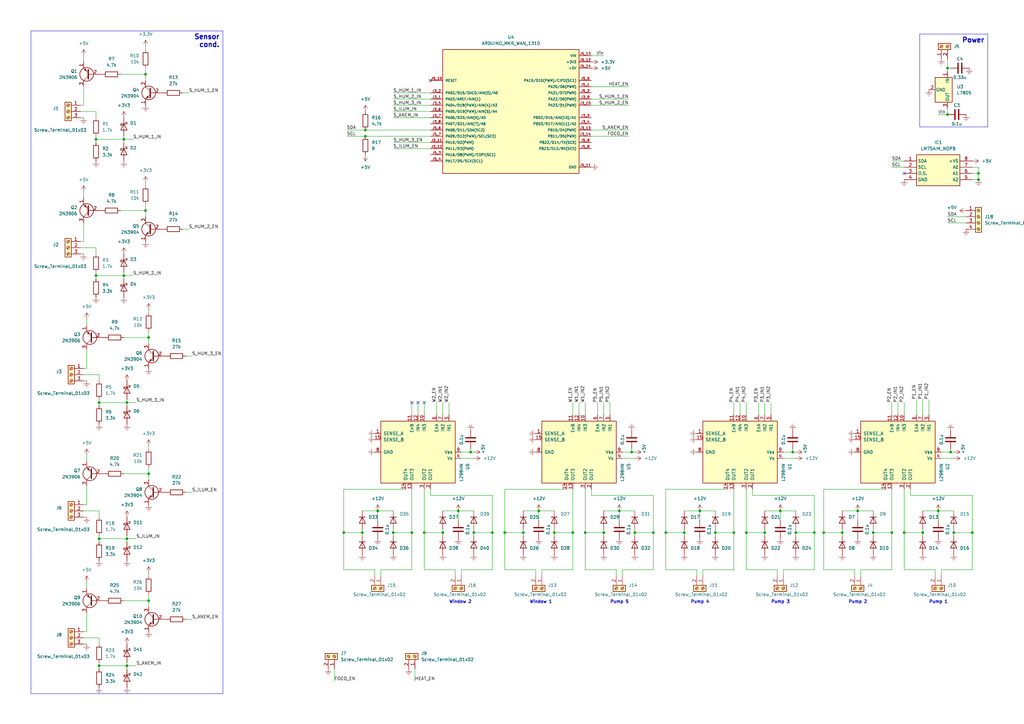
<source format=kicad_sch>
(kicad_sch (version 20230121) (generator eeschema)
  (paper "A3")
  (lib_symbols
    (symbol "+3.3V_1" (power) (pin_names (offset 0))
      (property "Value" "+3.3V_1" (at 0 3.556 0))
      (symbol "+3.3V_1_1_1"
        (pin power_in line (at 0 0 90) (length 0) hide (name "+3.3V") (number "1"))
      )
    )
    (symbol "+5V_1" (power) (pin_names (offset 0))
      (property "Value" "+5V_1" (at 0 3.556 0))
      (symbol "+5V_1_1_1"
        (pin power_in line (at 0 0 90) (length 0) hide (name "+5V") (number "1"))
      )
    )
    (symbol "+5V_2" (power) (pin_names (offset 0))
      (property "Value" "+5V_2" (at 0 3.556 0))
      (symbol "+5V_2_1_1"
        (pin power_in line (at 0 0 90) (length 0) hide (name "+5V") (number "1"))
      )
    )
    (symbol "ARDUINO_MKR_WAN_1310:ARDUINO_MKR_WAN_1310" (pin_names (offset 1.016))
      (property "Reference" "U" (at -27.94 27.94 0))
      (property "Value" "ARDUINO_MKR_WAN_1310" (at -27.94 -27.94 0))
      (symbol "ARDUINO_MKR_WAN_1310_0_0"
        (pin bidirectional line (at -33.02 5.08 0) (length 5.08) (name "PA03/AREF/AIN(1)") (number "J3_1"))
        (pin bidirectional line (at 33.02 2.54 180) (length 5.08) (name "PA23/D1(PWM)") (number "J3_10"))
        (pin bidirectional line (at -33.02 -12.7 0) (length 5.08) (name "PA10/D2(PWM)") (number "J3_11"))
        (pin bidirectional line (at -33.02 -15.24 0) (length 5.08) (name "PA11/D3(PWM)") (number "J3_12"))
        (pin bidirectional line (at 33.02 -7.62 180) (length 5.08) (name "PB10/D4(PWM)") (number "J3_13"))
        (pin bidirectional line (at 33.02 -10.16 180) (length 5.08) (name "PB11/D5(PWM)") (number "J3_14"))
        (pin bidirectional line (at -33.02 7.62 0) (length 5.08) (name "PA02/D15/DAC0/AIN(0)/A0") (number "J3_2"))
        (pin bidirectional line (at 33.02 -2.54 180) (length 5.08) (name "PB02/D16/AIN(10)/A1") (number "J3_3"))
        (pin bidirectional line (at 33.02 -5.08 180) (length 5.08) (name "PB03/D17/AIN(11)/A2") (number "J3_4"))
        (pin bidirectional line (at -33.02 2.54 0) (length 5.08) (name "PA04/D18(PWM)/AIN(4)/A3") (number "J3_5"))
        (pin bidirectional line (at -33.02 0 0) (length 5.08) (name "PA05/D19(PWM)/AIN(5)/A4") (number "J3_6"))
        (pin bidirectional line (at -33.02 -2.54 0) (length 5.08) (name "PA06/D20/AIN(6)/A5") (number "J3_7"))
        (pin bidirectional line (at -33.02 -5.08 0) (length 5.08) (name "PA07/D21/AIN(7)/A6") (number "J3_8"))
        (pin bidirectional line (at 33.02 5.08 180) (length 5.08) (name "PA22/D0(PWM)") (number "J3_9"))
        (pin bidirectional line (at 33.02 10.16 180) (length 5.08) (name "PA20/D6(PWM)") (number "J5_1"))
        (pin input line (at -33.02 12.7 0) (length 5.08) (name "RESET") (number "J5_10"))
        (pin power_in line (at 33.02 -22.86 180) (length 5.08) (name "GND") (number "J5_11"))
        (pin power_in line (at 33.02 20.32 180) (length 5.08) (name "+3V3") (number "J5_12"))
        (pin power_in line (at 33.02 22.86 180) (length 5.08) (name "VIN") (number "J5_13"))
        (pin power_in line (at 33.02 17.78 180) (length 5.08) (name "+5V") (number "J5_14"))
        (pin bidirectional line (at 33.02 7.62 180) (length 5.08) (name "PA21/D7(PWM)") (number "J5_2"))
        (pin bidirectional line (at -33.02 -17.78 0) (length 5.08) (name "PA16/D8(PWM)/COPI(SC1)") (number "J5_3"))
        (pin bidirectional line (at -33.02 -20.32 0) (length 5.08) (name "PA17/D9/SCK(SC1)") (number "J5_4"))
        (pin bidirectional line (at 33.02 12.7 180) (length 5.08) (name "PA19/D10(PWM)/CIPO(SC1)") (number "J5_5"))
        (pin bidirectional line (at -33.02 -7.62 0) (length 5.08) (name "PA08/D11/SDA(SC2)") (number "J5_6"))
        (pin bidirectional line (at -33.02 -10.16 0) (length 5.08) (name "PA09/D12(PWM)/SCL(SC2)") (number "J5_7"))
        (pin bidirectional line (at 33.02 -15.24 180) (length 5.08) (name "PB23/D13/RX(SC5)") (number "J5_8"))
        (pin bidirectional line (at 33.02 -12.7 180) (length 5.08) (name "PB22/D14/TX(SC5)") (number "J5_9"))
      )
    )
    (symbol "Connector:Screw_Terminal_01x02" (pin_names (offset 1.016) hide)
      (property "Reference" "J" (at 0 2.54 0))
      (property "Value" "Screw_Terminal_01x02" (at 0 -5.08 0))
      (symbol "Screw_Terminal_01x02_1_1"
        (pin passive line (at -5.08 0 0) (length 3.81) (name "Pin_1") (number "1"))
        (pin passive line (at -5.08 -2.54 0) (length 3.81) (name "Pin_2") (number "2"))
      )
    )
    (symbol "Connector:Screw_Terminal_01x03" (pin_names (offset 1.016) hide)
      (property "Reference" "J" (at 0 5.08 0))
      (property "Value" "Screw_Terminal_01x03" (at 0 -5.08 0))
      (symbol "Screw_Terminal_01x03_1_1"
        (pin passive line (at -5.08 2.54 0) (length 3.81) (name "Pin_1") (number "1"))
        (pin passive line (at -5.08 0 0) (length 3.81) (name "Pin_2") (number "2"))
        (pin passive line (at -5.08 -2.54 0) (length 3.81) (name "Pin_3") (number "3"))
      )
    )
    (symbol "Connector:Screw_Terminal_01x04" (pin_names (offset 1.016) hide)
      (property "Reference" "J" (at 0 5.08 0))
      (property "Value" "Screw_Terminal_01x04" (at 0 -7.62 0))
      (symbol "Screw_Terminal_01x04_1_1"
        (pin passive line (at -5.08 2.54 0) (length 3.81) (name "Pin_1") (number "1"))
        (pin passive line (at -5.08 0 0) (length 3.81) (name "Pin_2") (number "2"))
        (pin passive line (at -5.08 -2.54 0) (length 3.81) (name "Pin_3") (number "3"))
        (pin passive line (at -5.08 -5.08 0) (length 3.81) (name "Pin_4") (number "4"))
      )
    )
    (symbol "Device:C" (pin_numbers hide) (pin_names (offset 0.254))
      (property "Reference" "C" (at 0.635 2.54 0))
      (property "Value" "C" (at 0.635 -2.54 0))
      (symbol "C_1_1"
        (pin passive line (at 0 3.81 270) (length 2.794) (name "~") (number "1"))
        (pin passive line (at 0 -3.81 90) (length 2.794) (name "~") (number "2"))
      )
    )
    (symbol "Device:R" (pin_numbers hide) (pin_names (offset 0))
      (property "Reference" "R" (at 2.032 0 90))
      (property "Value" "R" (at 0 0 90))
      (symbol "R_1_1"
        (pin passive line (at 0 3.81 270) (length 1.27) (name "~") (number "1"))
        (pin passive line (at 0 -3.81 90) (length 1.27) (name "~") (number "2"))
      )
    )
    (symbol "Diode:1N4007" (pin_numbers hide) (pin_names (offset 1.016) hide)
      (property "Reference" "D" (at 0 2.54 0))
      (property "Value" "1N4007" (at 0 -2.54 0))
      (symbol "1N4007_1_1"
        (pin passive line (at -3.81 0 0) (length 2.54) (name "K") (number "1"))
        (pin passive line (at 3.81 0 180) (length 2.54) (name "A") (number "2"))
      )
    )
    (symbol "Diode:1N5711UR" (pin_numbers hide) (pin_names (offset 1.016) hide)
      (property "Reference" "D" (at 0 2.54 0))
      (property "Value" "1N5711UR" (at 0 -2.54 0))
      (symbol "1N5711UR_1_1"
        (pin passive line (at -3.81 0 0) (length 2.54) (name "K") (number "1"))
        (pin passive line (at 3.81 0 180) (length 2.54) (name "A") (number "2"))
      )
    )
    (symbol "Driver_Motor:L298HN" (pin_names (offset 1.016))
      (property "Reference" "U" (at -10.16 16.51 0))
      (property "Value" "L298HN" (at 12.7 16.51 0))
      (symbol "L298HN_1_1"
        (pin power_in line (at -7.62 -17.78 90) (length 2.54) (name "SENSE_A") (number "1"))
        (pin input line (at -15.24 2.54 0) (length 2.54) (name "IN3") (number "10"))
        (pin input line (at -15.24 -2.54 0) (length 2.54) (name "EnB") (number "11"))
        (pin input line (at -15.24 0 0) (length 2.54) (name "IN4") (number "12"))
        (pin output line (at 15.24 -2.54 180) (length 2.54) (name "OUT3") (number "13"))
        (pin output line (at 15.24 -5.08 180) (length 2.54) (name "OUT4") (number "14"))
        (pin power_in line (at -5.08 -17.78 90) (length 2.54) (name "SENSE_B") (number "15"))
        (pin output line (at 15.24 5.08 180) (length 2.54) (name "OUT1") (number "2"))
        (pin output line (at 15.24 2.54 180) (length 2.54) (name "OUT2") (number "3"))
        (pin power_in line (at 2.54 17.78 270) (length 2.54) (name "Vs") (number "4"))
        (pin input line (at -15.24 12.7 0) (length 2.54) (name "IN1") (number "5"))
        (pin input line (at -15.24 7.62 0) (length 2.54) (name "EnA") (number "6"))
        (pin input line (at -15.24 10.16 0) (length 2.54) (name "IN2") (number "7"))
        (pin power_in line (at 0 -17.78 90) (length 2.54) (name "GND") (number "8"))
        (pin power_in line (at 0 17.78 270) (length 2.54) (name "Vss") (number "9"))
      )
    )
    (symbol "Earth_1" (power) (pin_names (offset 0))
      (symbol "Earth_1_1_1"
        (pin power_in line (at 0 0 270) (length 0) hide (name "Earth") (number "1"))
      )
    )
    (symbol "Earth_2" (power) (pin_names (offset 0))
      (symbol "Earth_2_1_1"
        (pin power_in line (at 0 0 270) (length 0) hide (name "Earth") (number "1"))
      )
    )
    (symbol "Regulator_Linear:L7805" (pin_names (offset 0.254))
      (property "Reference" "U" (at -3.81 3.175 0))
      (property "Value" "L7805" (at 0 3.175 0))
      (symbol "L7805_1_1"
        (pin power_in line (at -7.62 0 0) (length 2.54) (name "IN") (number "1"))
        (pin power_in line (at 0 -7.62 90) (length 2.54) (name "GND") (number "2"))
        (pin power_out line (at 7.62 0 180) (length 2.54) (name "OUT") (number "3"))
      )
    )
    (symbol "SamacSys_Parts:LM75AIM_NOPB"
      (property "Reference" "IC" (at 24.13 7.62 0))
      (property "Value" "LM75AIM_NOPB" (at 24.13 5.08 0))
      (symbol "LM75AIM_NOPB_1_1"
        (pin passive line (at 0 0 0) (length 5.08) (name "SDA") (number "1"))
        (pin passive line (at 0 -2.54 0) (length 5.08) (name "SCL") (number "2"))
        (pin passive line (at 0 -5.08 0) (length 5.08) (name "O.S.") (number "3"))
        (pin power_in line (at 0 -7.62 0) (length 5.08) (name "GND") (number "4"))
        (pin passive line (at 27.94 -7.62 180) (length 5.08) (name "A2") (number "5"))
        (pin passive line (at 27.94 -5.08 180) (length 5.08) (name "A1") (number "6"))
        (pin passive line (at 27.94 -2.54 180) (length 5.08) (name "A0") (number "7"))
        (pin passive line (at 27.94 0 180) (length 5.08) (name "+VS") (number "8"))
      )
    )
    (symbol "Transistor_BJT:2N3904" (pin_names (offset 0) hide)
      (property "Reference" "Q" (at 5.08 1.905 0))
      (property "Value" "2N3904" (at 5.08 0 0))
      (symbol "2N3904_1_1"
        (pin passive line (at 2.54 -5.08 90) (length 2.54) (name "E") (number "1"))
        (pin passive line (at -5.08 0 0) (length 5.715) (name "B") (number "2"))
        (pin passive line (at 2.54 5.08 270) (length 2.54) (name "C") (number "3"))
      )
    )
    (symbol "Transistor_BJT:2N3906" (pin_names (offset 0) hide)
      (property "Reference" "Q" (at 5.08 1.905 0))
      (property "Value" "2N3906" (at 5.08 0 0))
      (symbol "2N3906_1_1"
        (pin passive line (at 2.54 -5.08 90) (length 2.54) (name "E") (number "1"))
        (pin input line (at -5.08 0 0) (length 5.715) (name "B") (number "2"))
        (pin passive line (at 2.54 5.08 270) (length 2.54) (name "C") (number "3"))
      )
    )
    (symbol "power:+12V" (power) (pin_names (offset 0))
      (property "Value" "+12V" (at 0 3.556 0))
      (symbol "+12V_1_1"
        (pin power_in line (at 0 0 90) (length 0) hide (name "+12V") (number "1"))
      )
    )
    (symbol "power:+3.3V" (power) (pin_names (offset 0))
      (property "Value" "+3.3V" (at 0 3.556 0))
      (symbol "+3.3V_1_1"
        (pin power_in line (at 0 0 90) (length 0) hide (name "+3V3") (number "1"))
      )
    )
    (symbol "power:+5V" (power) (pin_names (offset 0))
      (property "Value" "+5V" (at 0 3.556 0))
      (symbol "+5V_1_1"
        (pin power_in line (at 0 0 90) (length 0) hide (name "+5V") (number "1"))
      )
    )
    (symbol "power:Earth" (power) (pin_names (offset 0))
      (symbol "Earth_1_1"
        (pin power_in line (at 0 0 270) (length 0) hide (name "Earth") (number "1"))
      )
    )
  )
  (junction (at 320.04 209.55))
  (junction (at 40.64 165.1))
  (junction (at 358.14 218.44))
  (junction (at 161.29 218.44))
  (junction (at 149.86 55.88))
  (junction (at 52.07 273.05))
  (junction (at 40.64 273.05))
  (junction (at 401.32 71.12))
  (junction (at 227.33 218.44))
  (junction (at 39.37 113.03))
  (junction (at 60.96 194.31))
  (junction (at 214.63 218.44))
  (junction (at 59.69 86.36))
  (junction (at 154.94 209.55))
  (junction (at 52.07 220.98))
  (junction (at 365.76 218.44))
  (junction (at 398.78 218.44))
  (junction (at 401.32 73.66))
  (junction (at 351.79 209.55))
  (junction (at 52.07 165.1))
  (junction (at 149.86 53.34))
  (junction (at 384.81 209.55))
  (junction (at 391.16 218.44))
  (junction (at 187.96 209.55))
  (junction (at 259.08 185.42))
  (junction (at 287.02 209.55))
  (junction (at 326.39 218.44))
  (junction (at 207.01 218.44))
  (junction (at 50.8 113.03))
  (junction (at 40.64 220.98))
  (junction (at 388.62 46.99))
  (junction (at 334.01 218.44))
  (junction (at 247.65 218.44))
  (junction (at 313.69 218.44))
  (junction (at 193.04 185.42))
  (junction (at 168.91 218.44))
  (junction (at 194.31 218.44))
  (junction (at 325.12 185.42))
  (junction (at 273.05 218.44))
  (junction (at 140.97 218.44))
  (junction (at 370.84 218.44))
  (junction (at 173.99 218.44))
  (junction (at 254 209.55))
  (junction (at 148.59 218.44))
  (junction (at 260.35 218.44))
  (junction (at 234.95 218.44))
  (junction (at 293.37 218.44))
  (junction (at 306.07 218.44))
  (junction (at 267.97 218.44))
  (junction (at 201.93 218.44))
  (junction (at 389.89 185.42))
  (junction (at 388.62 27.94))
  (junction (at 59.69 30.48))
  (junction (at 300.99 218.44))
  (junction (at 337.82 218.44))
  (junction (at 39.37 57.15))
  (junction (at 220.98 209.55))
  (junction (at 60.96 138.43))
  (junction (at 50.8 57.15))
  (junction (at 345.44 218.44))
  (junction (at 378.46 218.44))
  (junction (at 181.61 218.44))
  (junction (at 240.03 218.44))
  (junction (at 280.67 218.44))
  (junction (at 60.96 246.38))
  (no_connect (at 176.53 33.02))
  (no_connect (at 168.91 165.1))
  (no_connect (at 370.84 71.12))
  (no_connect (at 171.45 165.1))
  (no_connect (at 173.99 165.1))
  (wire (pts (xy 242.57 35.56) (xy 257.81 35.56)))
  (wire (pts (xy 60.96 246.38) (xy 60.96 248.92)))
  (wire (pts (xy 34.29 35.56) (xy 34.29 43.18)))
  (wire (pts (xy 285.75 233.68) (xy 285.75 236.22)))
  (wire (pts (xy 303.53 165.1) (xy 303.53 170.18)))
  (wire (pts (xy 242.57 200.66) (xy 242.57 203.2)))
  (wire (pts (xy 306.07 218.44) (xy 313.69 218.44)))
  (wire (pts (xy 398.78 68.58) (xy 401.32 68.58)))
  (wire (pts (xy 35.56 251.46) (xy 35.56 259.08)))
  (wire (pts (xy 34.29 209.55) (xy 40.64 209.55)))
  (wire (pts (xy 388.62 27.94) (xy 388.62 29.21)))
  (wire (pts (xy 370.84 218.44) (xy 378.46 218.44)))
  (wire (pts (xy 334.01 233.68) (xy 321.31 233.68)))
  (wire (pts (xy 39.37 55.88) (xy 39.37 57.15)))
  (wire (pts (xy 398.78 71.12) (xy 401.32 71.12)))
  (wire (pts (xy 193.04 184.15) (xy 193.04 185.42)))
  (wire (pts (xy 52.07 273.05) (xy 55.88 273.05)))
  (wire (pts (xy 39.37 57.15) (xy 50.8 57.15)))
  (wire (pts (xy 60.96 127) (xy 60.96 128.27)))
  (wire (pts (xy 237.49 165.1) (xy 237.49 170.18)))
  (wire (pts (xy 50.8 57.15) (xy 54.61 57.15)))
  (wire (pts (xy 207.01 200.66) (xy 207.01 218.44)))
  (wire (pts (xy 52.07 273.05) (xy 52.07 274.32)))
  (wire (pts (xy 140.97 200.66) (xy 140.97 218.44)))
  (wire (pts (xy 373.38 203.2) (xy 398.78 203.2)))
  (wire (pts (xy 401.32 68.58) (xy 401.32 71.12)))
  (wire (pts (xy 378.46 209.55) (xy 384.81 209.55)))
  (wire (pts (xy 267.97 203.2) (xy 267.97 218.44)))
  (wire (pts (xy 50.8 111.76) (xy 50.8 113.03)))
  (wire (pts (xy 370.84 165.1) (xy 370.84 170.18)))
  (wire (pts (xy 35.56 207.01) (xy 34.29 207.01)))
  (wire (pts (xy 247.65 218.44) (xy 247.65 219.71)))
  (wire (pts (xy 316.23 165.1) (xy 316.23 170.18)))
  (wire (pts (xy 325.12 185.42) (xy 321.31 185.42)))
  (wire (pts (xy 306.07 233.68) (xy 318.77 233.68)))
  (wire (pts (xy 170.18 274.32) (xy 170.18 279.4)))
  (wire (pts (xy 337.82 233.68) (xy 350.52 233.68)))
  (wire (pts (xy 378.46 217.17) (xy 378.46 218.44)))
  (wire (pts (xy 39.37 101.6) (xy 39.37 104.14)))
  (wire (pts (xy 52.07 165.1) (xy 55.88 165.1)))
  (wire (pts (xy 34.29 48.26) (xy 33.02 48.26)))
  (wire (pts (xy 166.37 200.66) (xy 140.97 200.66)))
  (wire (pts (xy 260.35 218.44) (xy 267.97 218.44)))
  (wire (pts (xy 76.2 254) (xy 78.74 254)))
  (wire (pts (xy 287.02 209.55) (xy 287.02 213.36)))
  (wire (pts (xy 187.96 209.55) (xy 194.31 209.55)))
  (wire (pts (xy 173.99 200.66) (xy 173.99 218.44)))
  (wire (pts (xy 232.41 200.66) (xy 207.01 200.66)))
  (wire (pts (xy 242.57 203.2) (xy 267.97 203.2)))
  (wire (pts (xy 214.63 217.17) (xy 214.63 218.44)))
  (wire (pts (xy 320.04 209.55) (xy 326.39 209.55)))
  (wire (pts (xy 33.02 45.72) (xy 39.37 45.72)))
  (wire (pts (xy 370.84 218.44) (xy 370.84 233.68)))
  (wire (pts (xy 52.07 165.1) (xy 52.07 166.37)))
  (wire (pts (xy 176.53 45.72) (xy 161.29 45.72)))
  (wire (pts (xy 227.33 218.44) (xy 227.33 219.71)))
  (wire (pts (xy 351.79 209.55) (xy 358.14 209.55)))
  (wire (pts (xy 40.64 209.55) (xy 40.64 212.09)))
  (wire (pts (xy 214.63 218.44) (xy 214.63 219.71)))
  (wire (pts (xy 35.56 151.13) (xy 34.29 151.13)))
  (wire (pts (xy 214.63 209.55) (xy 220.98 209.55)))
  (wire (pts (xy 40.64 219.71) (xy 40.64 220.98)))
  (wire (pts (xy 326.39 217.17) (xy 326.39 218.44)))
  (wire (pts (xy 201.93 218.44) (xy 201.93 233.68)))
  (wire (pts (xy 176.53 48.26) (xy 161.29 48.26)))
  (wire (pts (xy 161.29 218.44) (xy 168.91 218.44)))
  (wire (pts (xy 287.02 209.55) (xy 293.37 209.55)))
  (wire (pts (xy 50.8 57.15) (xy 50.8 58.42)))
  (wire (pts (xy 176.53 53.34) (xy 149.86 53.34)))
  (wire (pts (xy 313.69 165.1) (xy 313.69 170.18)))
  (wire (pts (xy 247.65 217.17) (xy 247.65 218.44)))
  (polyline (pts (xy 377.19 13.97) (xy 405.13 13.97)))
  (wire (pts (xy 35.56 130.81) (xy 35.56 133.35)))
  (wire (pts (xy 154.94 209.55) (xy 154.94 213.36)))
  (wire (pts (xy 267.97 218.44) (xy 267.97 233.68)))
  (wire (pts (xy 326.39 218.44) (xy 334.01 218.44)))
  (wire (pts (xy 189.23 233.68) (xy 189.23 236.22)))
  (wire (pts (xy 260.35 185.42) (xy 259.08 185.42)))
  (wire (pts (xy 168.91 233.68) (xy 156.21 233.68)))
  (wire (pts (xy 34.29 91.44) (xy 34.29 99.06)))
  (wire (pts (xy 52.07 220.98) (xy 55.88 220.98)))
  (wire (pts (xy 365.76 66.04) (xy 370.84 66.04)))
  (wire (pts (xy 288.29 233.68) (xy 288.29 236.22)))
  (wire (pts (xy 325.12 184.15) (xy 325.12 185.42)))
  (wire (pts (xy 52.07 163.83) (xy 52.07 165.1)))
  (wire (pts (xy 293.37 217.17) (xy 293.37 218.44)))
  (wire (pts (xy 273.05 218.44) (xy 280.67 218.44)))
  (wire (pts (xy 173.99 233.68) (xy 186.69 233.68)))
  (wire (pts (xy 34.29 153.67) (xy 40.64 153.67)))
  (wire (pts (xy 365.76 68.58) (xy 370.84 68.58)))
  (wire (pts (xy 378.46 163.83) (xy 378.46 170.18)))
  (wire (pts (xy 39.37 45.72) (xy 39.37 48.26)))
  (wire (pts (xy 273.05 200.66) (xy 273.05 218.44)))
  (wire (pts (xy 140.97 218.44) (xy 148.59 218.44)))
  (wire (pts (xy 388.62 91.44) (xy 396.24 91.44)))
  (wire (pts (xy 398.78 233.68) (xy 386.08 233.68)))
  (wire (pts (xy 49.53 86.36) (xy 59.69 86.36)))
  (wire (pts (xy 33.02 101.6) (xy 39.37 101.6)))
  (wire (pts (xy 201.93 233.68) (xy 189.23 233.68)))
  (wire (pts (xy 358.14 218.44) (xy 358.14 219.71)))
  (wire (pts (xy 50.8 194.31) (xy 60.96 194.31)))
  (wire (pts (xy 245.11 165.1) (xy 245.11 170.18)))
  (wire (pts (xy 194.31 218.44) (xy 201.93 218.44)))
  (wire (pts (xy 398.78 218.44) (xy 398.78 233.68)))
  (wire (pts (xy 368.3 165.1) (xy 368.3 170.18)))
  (wire (pts (xy 398.78 203.2) (xy 398.78 218.44)))
  (wire (pts (xy 50.8 138.43) (xy 60.96 138.43)))
  (wire (pts (xy 311.15 165.1) (xy 311.15 170.18)))
  (wire (pts (xy 184.15 165.1) (xy 184.15 170.18)))
  (wire (pts (xy 76.2 201.93) (xy 78.74 201.93)))
  (wire (pts (xy 189.23 187.96) (xy 194.31 187.96)))
  (wire (pts (xy 391.16 218.44) (xy 391.16 219.71)))
  (wire (pts (xy 240.03 200.66) (xy 240.03 218.44)))
  (wire (pts (xy 187.96 209.55) (xy 187.96 213.36)))
  (wire (pts (xy 173.99 165.1) (xy 173.99 170.18)))
  (wire (pts (xy 227.33 217.17) (xy 227.33 218.44)))
  (wire (pts (xy 321.31 187.96) (xy 326.39 187.96)))
  (wire (pts (xy 242.57 40.64) (xy 257.81 40.64)))
  (wire (pts (xy 40.64 165.1) (xy 52.07 165.1)))
  (wire (pts (xy 337.82 218.44) (xy 345.44 218.44)))
  (wire (pts (xy 313.69 217.17) (xy 313.69 218.44)))
  (wire (pts (xy 154.94 209.55) (xy 161.29 209.55)))
  (wire (pts (xy 149.86 55.88) (xy 176.53 55.88)))
  (wire (pts (xy 252.73 233.68) (xy 252.73 236.22)))
  (wire (pts (xy 365.76 218.44) (xy 365.76 233.68)))
  (wire (pts (xy 386.08 233.68) (xy 386.08 236.22)))
  (wire (pts (xy 300.99 233.68) (xy 288.29 233.68)))
  (wire (pts (xy 40.64 273.05) (xy 52.07 273.05)))
  (wire (pts (xy 375.92 163.83) (xy 375.92 170.18)))
  (wire (pts (xy 398.78 73.66) (xy 401.32 73.66)))
  (wire (pts (xy 388.62 88.9) (xy 396.24 88.9)))
  (wire (pts (xy 334.01 203.2) (xy 334.01 218.44)))
  (wire (pts (xy 142.24 55.88) (xy 149.86 55.88)))
  (wire (pts (xy 60.96 194.31) (xy 60.96 196.85)))
  (wire (pts (xy 59.69 86.36) (xy 59.69 88.9)))
  (wire (pts (xy 176.53 58.42) (xy 161.29 58.42)))
  (wire (pts (xy 300.99 165.1) (xy 300.99 170.18)))
  (wire (pts (xy 384.81 46.99) (xy 388.62 46.99)))
  (wire (pts (xy 227.33 218.44) (xy 234.95 218.44)))
  (wire (pts (xy 176.53 200.66) (xy 176.53 203.2)))
  (wire (pts (xy 142.24 53.34) (xy 149.86 53.34)))
  (wire (pts (xy 176.53 38.1) (xy 161.29 38.1)))
  (wire (pts (xy 40.64 165.1) (xy 40.64 166.37)))
  (wire (pts (xy 240.03 233.68) (xy 252.73 233.68)))
  (wire (pts (xy 234.95 200.66) (xy 234.95 218.44)))
  (wire (pts (xy 52.07 219.71) (xy 52.07 220.98)))
  (wire (pts (xy 148.59 218.44) (xy 148.59 219.71)))
  (wire (pts (xy 35.56 186.69) (xy 35.56 189.23)))
  (wire (pts (xy 383.54 233.68) (xy 383.54 236.22)))
  (wire (pts (xy 60.96 234.95) (xy 60.96 236.22)))
  (wire (pts (xy 345.44 209.55) (xy 351.79 209.55)))
  (wire (pts (xy 201.93 203.2) (xy 201.93 218.44)))
  (wire (pts (xy 161.29 218.44) (xy 161.29 219.71)))
  (wire (pts (xy 345.44 217.17) (xy 345.44 218.44)))
  (wire (pts (xy 171.45 165.1) (xy 171.45 170.18)))
  (wire (pts (xy 300.99 218.44) (xy 300.99 233.68)))
  (wire (pts (xy 334.01 218.44) (xy 334.01 233.68)))
  (wire (pts (xy 389.89 185.42) (xy 386.08 185.42)))
  (wire (pts (xy 298.45 200.66) (xy 273.05 200.66)))
  (wire (pts (xy 40.64 163.83) (xy 40.64 165.1)))
  (wire (pts (xy 60.96 138.43) (xy 60.96 140.97)))
  (wire (pts (xy 40.64 261.62) (xy 40.64 264.16)))
  (wire (pts (xy 60.96 191.77) (xy 60.96 194.31)))
  (wire (pts (xy 176.53 60.96) (xy 161.29 60.96)))
  (wire (pts (xy 254 209.55) (xy 260.35 209.55)))
  (wire (pts (xy 59.69 83.82) (xy 59.69 86.36)))
  (wire (pts (xy 140.97 218.44) (xy 140.97 233.68)))
  (wire (pts (xy 350.52 233.68) (xy 350.52 236.22)))
  (wire (pts (xy 242.57 55.88) (xy 257.81 55.88)))
  (wire (pts (xy 358.14 217.17) (xy 358.14 218.44)))
  (wire (pts (xy 194.31 185.42) (xy 193.04 185.42)))
  (wire (pts (xy 179.07 165.1) (xy 179.07 170.18)))
  (wire (pts (xy 280.67 209.55) (xy 287.02 209.55)))
  (wire (pts (xy 240.03 218.44) (xy 240.03 233.68)))
  (wire (pts (xy 234.95 233.68) (xy 222.25 233.68)))
  (wire (pts (xy 386.08 187.96) (xy 391.16 187.96)))
  (wire (pts (xy 255.27 233.68) (xy 255.27 236.22)))
  (wire (pts (xy 273.05 233.68) (xy 285.75 233.68)))
  (wire (pts (xy 173.99 218.44) (xy 181.61 218.44)))
  (wire (pts (xy 353.06 233.68) (xy 353.06 236.22)))
  (wire (pts (xy 207.01 233.68) (xy 219.71 233.68)))
  (wire (pts (xy 220.98 209.55) (xy 220.98 213.36)))
  (wire (pts (xy 60.96 182.88) (xy 60.96 184.15)))
  (wire (pts (xy 181.61 217.17) (xy 181.61 218.44)))
  (wire (pts (xy 35.56 238.76) (xy 35.56 241.3)))
  (wire (pts (xy 176.53 40.64) (xy 161.29 40.64)))
  (wire (pts (xy 308.61 200.66) (xy 308.61 203.2)))
  (wire (pts (xy 168.91 218.44) (xy 168.91 233.68)))
  (wire (pts (xy 242.57 43.18) (xy 257.81 43.18)))
  (wire (pts (xy 52.07 271.78) (xy 52.07 273.05)))
  (wire (pts (xy 168.91 200.66) (xy 168.91 218.44)))
  (wire (pts (xy 234.95 218.44) (xy 234.95 233.68)))
  (wire (pts (xy 156.21 233.68) (xy 156.21 236.22)))
  (wire (pts (xy 60.96 243.84) (xy 60.96 246.38)))
  (wire (pts (xy 222.25 233.68) (xy 222.25 236.22)))
  (wire (pts (xy 39.37 113.03) (xy 50.8 113.03)))
  (wire (pts (xy 358.14 218.44) (xy 365.76 218.44)))
  (wire (pts (xy 234.95 165.1) (xy 234.95 170.18)))
  (wire (pts (xy 381 163.83) (xy 381 170.18)))
  (wire (pts (xy 247.65 209.55) (xy 254 209.55)))
  (wire (pts (xy 34.29 43.18) (xy 33.02 43.18)))
  (polyline (pts (xy 405.13 13.97) (xy 405.13 52.07)))
  (wire (pts (xy 384.81 209.55) (xy 391.16 209.55)))
  (wire (pts (xy 181.61 165.1) (xy 181.61 170.18)))
  (wire (pts (xy 59.69 27.94) (xy 59.69 30.48)))
  (wire (pts (xy 148.59 209.55) (xy 154.94 209.55)))
  (wire (pts (xy 259.08 185.42) (xy 255.27 185.42)))
  (wire (pts (xy 247.65 165.1) (xy 247.65 170.18)))
  (wire (pts (xy 337.82 200.66) (xy 337.82 218.44)))
  (wire (pts (xy 320.04 209.55) (xy 320.04 213.36)))
  (wire (pts (xy 240.03 165.1) (xy 240.03 170.18)))
  (wire (pts (xy 50.8 55.88) (xy 50.8 57.15)))
  (wire (pts (xy 50.8 113.03) (xy 54.61 113.03)))
  (wire (pts (xy 267.97 233.68) (xy 255.27 233.68)))
  (wire (pts (xy 306.07 200.66) (xy 306.07 218.44)))
  (wire (pts (xy 219.71 233.68) (xy 219.71 236.22)))
  (wire (pts (xy 176.53 43.18) (xy 161.29 43.18)))
  (wire (pts (xy 259.08 184.15) (xy 259.08 185.42)))
  (wire (pts (xy 313.69 218.44) (xy 313.69 219.71)))
  (wire (pts (xy 388.62 44.45) (xy 388.62 46.99)))
  (wire (pts (xy 326.39 185.42) (xy 325.12 185.42)))
  (wire (pts (xy 273.05 218.44) (xy 273.05 233.68)))
  (wire (pts (xy 74.93 93.98) (xy 77.47 93.98)))
  (wire (pts (xy 351.79 209.55) (xy 351.79 213.36)))
  (wire (pts (xy 59.69 74.93) (xy 59.69 76.2)))
  (wire (pts (xy 34.29 104.14) (xy 33.02 104.14)))
  (wire (pts (xy 35.56 264.16) (xy 34.29 264.16)))
  (wire (pts (xy 193.04 185.42) (xy 189.23 185.42)))
  (wire (pts (xy 242.57 53.34) (xy 257.81 53.34)))
  (wire (pts (xy 313.69 209.55) (xy 320.04 209.55)))
  (wire (pts (xy 35.56 259.08) (xy 34.29 259.08)))
  (wire (pts (xy 34.29 78.74) (xy 34.29 81.28)))
  (wire (pts (xy 140.97 233.68) (xy 153.67 233.68)))
  (wire (pts (xy 391.16 218.44) (xy 398.78 218.44)))
  (wire (pts (xy 194.31 217.17) (xy 194.31 218.44)))
  (wire (pts (xy 35.56 143.51) (xy 35.56 151.13)))
  (wire (pts (xy 365.76 200.66) (xy 365.76 218.44)))
  (wire (pts (xy 280.67 218.44) (xy 280.67 219.71)))
  (wire (pts (xy 176.53 203.2) (xy 201.93 203.2)))
  (wire (pts (xy 35.56 212.09) (xy 34.29 212.09)))
  (wire (pts (xy 207.01 218.44) (xy 207.01 233.68)))
  (wire (pts (xy 370.84 200.66) (xy 370.84 218.44)))
  (wire (pts (xy 34.29 22.86) (xy 34.29 25.4)))
  (wire (pts (xy 194.31 218.44) (xy 194.31 219.71)))
  (wire (pts (xy 161.29 217.17) (xy 161.29 218.44)))
  (wire (pts (xy 35.56 199.39) (xy 35.56 207.01)))
  (wire (pts (xy 254 209.55) (xy 254 213.36)))
  (wire (pts (xy 153.67 233.68) (xy 153.67 236.22)))
  (wire (pts (xy 60.96 135.89) (xy 60.96 138.43)))
  (wire (pts (xy 363.22 200.66) (xy 337.82 200.66)))
  (wire (pts (xy 50.8 246.38) (xy 60.96 246.38)))
  (wire (pts (xy 186.69 233.68) (xy 186.69 236.22)))
  (wire (pts (xy 74.93 38.1) (xy 77.47 38.1)))
  (wire (pts (xy 384.81 209.55) (xy 384.81 213.36)))
  (wire (pts (xy 255.27 187.96) (xy 260.35 187.96)))
  (wire (pts (xy 250.19 165.1) (xy 250.19 170.18)))
  (wire (pts (xy 137.16 274.32) (xy 137.16 279.4)))
  (wire (pts (xy 388.62 27.94) (xy 389.89 27.94)))
  (wire (pts (xy 373.38 200.66) (xy 373.38 203.2)))
  (wire (pts (xy 365.76 233.68) (xy 353.06 233.68)))
  (wire (pts (xy 401.32 71.12) (xy 401.32 73.66)))
  (wire (pts (xy 378.46 218.44) (xy 378.46 219.71)))
  (wire (pts (xy 59.69 30.48) (xy 59.69 33.02)))
  (polyline (pts (xy 377.19 52.07) (xy 377.19 13.97)))
  (wire (pts (xy 181.61 218.44) (xy 181.61 219.71)))
  (wire (pts (xy 280.67 217.17) (xy 280.67 218.44)))
  (wire (pts (xy 370.84 233.68) (xy 383.54 233.68)))
  (polyline (pts (xy 405.13 52.07) (xy 377.19 52.07)))
  (wire (pts (xy 337.82 218.44) (xy 337.82 233.68)))
  (wire (pts (xy 308.61 203.2) (xy 334.01 203.2)))
  (wire (pts (xy 391.16 217.17) (xy 391.16 218.44)))
  (wire (pts (xy 168.91 165.1) (xy 168.91 170.18)))
  (wire (pts (xy 40.64 220.98) (xy 40.64 222.25)))
  (wire (pts (xy 293.37 218.44) (xy 293.37 219.71)))
  (wire (pts (xy 173.99 218.44) (xy 173.99 233.68)))
  (wire (pts (xy 207.01 218.44) (xy 214.63 218.44)))
  (wire (pts (xy 148.59 217.17) (xy 148.59 218.44)))
  (wire (pts (xy 326.39 218.44) (xy 326.39 219.71)))
  (wire (pts (xy 50.8 113.03) (xy 50.8 114.3)))
  (wire (pts (xy 59.69 19.05) (xy 59.69 20.32)))
  (wire (pts (xy 306.07 218.44) (xy 306.07 233.68)))
  (wire (pts (xy 260.35 217.17) (xy 260.35 218.44)))
  (wire (pts (xy 39.37 57.15) (xy 39.37 58.42)))
  (wire (pts (xy 40.64 153.67) (xy 40.64 156.21)))
  (wire (pts (xy 40.64 271.78) (xy 40.64 273.05)))
  (wire (pts (xy 318.77 233.68) (xy 318.77 236.22)))
  (wire (pts (xy 260.35 218.44) (xy 260.35 219.71)))
  (wire (pts (xy 40.64 273.05) (xy 40.64 274.32)))
  (wire (pts (xy 306.07 165.1) (xy 306.07 170.18)))
  (wire (pts (xy 365.76 165.1) (xy 365.76 170.18)))
  (wire (pts (xy 391.16 185.42) (xy 389.89 185.42)))
  (wire (pts (xy 181.61 209.55) (xy 187.96 209.55)))
  (wire (pts (xy 389.89 184.15) (xy 389.89 185.42)))
  (wire (pts (xy 242.57 22.86) (xy 247.65 22.86)))
  (wire (pts (xy 321.31 233.68) (xy 321.31 236.22)))
  (wire (pts (xy 52.07 220.98) (xy 52.07 222.25)))
  (wire (pts (xy 49.53 30.48) (xy 59.69 30.48)))
  (wire (pts (xy 388.62 24.13) (xy 388.62 27.94)))
  (wire (pts (xy 293.37 218.44) (xy 300.99 218.44)))
  (wire (pts (xy 40.64 220.98) (xy 52.07 220.98)))
  (wire (pts (xy 76.2 146.05) (xy 78.74 146.05)))
  (wire (pts (xy 35.56 156.21) (xy 34.29 156.21)))
  (wire (pts (xy 345.44 218.44) (xy 345.44 219.71)))
  (wire (pts (xy 34.29 99.06) (xy 33.02 99.06)))
  (wire (pts (xy 220.98 209.55) (xy 227.33 209.55)))
  (wire (pts (xy 34.29 261.62) (xy 40.64 261.62)))
  (wire (pts (xy 39.37 111.76) (xy 39.37 113.03)))
  (wire (pts (xy 39.37 113.03) (xy 39.37 114.3)))
  (wire (pts (xy 300.99 200.66) (xy 300.99 218.44)))
  (wire (pts (xy 240.03 218.44) (xy 247.65 218.44)))
  (rectangle (start 12.7 12.7) (end 91.44 284.48))
  (text "Sensor\ncond.\n\n" (at 90.17 22.86 0) (effects (font (size 2 2) (thickness 0.4) bold) (justify right bottom)))
  (text "Window 1" (at 217.17 247.65 0) (effects (font (size 1.27 1.27) (thickness 0.254) bold) (justify left bottom)))
  (text "Pump 4\n" (at 283.21 247.65 0) (effects (font (size 1.27 1.27) (thickness 0.254) bold) (justify left bottom)))
  (text "Pump 3" (at 316.23 247.65 0) (effects (font (size 1.27 1.27) (thickness 0.254) bold) (justify left bottom)))
  (text "Pump 5" (at 250.19 247.65 0) (effects (font (size 1.27 1.27) (thickness 0.254) bold) (justify left bottom)))
  (text "Window 2" (at 184.15 247.65 0) (effects (font (size 1.27 1.27) (thickness 0.254) bold) (justify left bottom)))
  (text "Pump 2" (at 347.98 247.65 0) (effects (font (size 1.27 1.27) (thickness 0.254) bold) (justify left bottom)))
  (text "Power\n" (at 403.86 17.78 0) (effects (font (size 2 2) (thickness 0.4) bold) (justify right bottom)))
  (text "Pump 1" (at 381 247.65 0) (effects (font (size 1.27 1.27) (thickness 0.254) bold) (justify left bottom)))
  (label "P3_IN2" (at 316.23 165.1 90))
  (label "Vin" (at 247.65 22.86 180))
  (label "P4_IN1" (at 303.53 165.1 90))
  (label "P3_EN" (at 311.15 165.1 90))
  (label "P5_IN1" (at 247.65 165.1 90))
  (label "S_ANEM_EN" (at 78.74 254 0))
  (label "W2_IN2" (at 184.15 165.1 90))
  (label "P1_IN2" (at 381 163.83 90))
  (label "S_HUM_1_IN" (at 54.61 57.15 0))
  (label "W1_IN2" (at 240.03 165.1 90))
  (label "W1_EN" (at 234.95 165.1 90))
  (label "P4_EN" (at 300.99 165.1 90))
  (label "S_HUM_3_EN" (at 161.29 58.42 0))
  (label "P2_IN1" (at 368.3 165.1 90))
  (label "P2_EN" (at 365.76 165.1 90))
  (label "W2_IN1" (at 181.61 165.1 90))
  (label "S_HUM_2_IN" (at 161.29 40.64 0))
  (label "S_HUM_1_IN" (at 161.29 38.1 0))
  (label "SCL" (at 388.62 91.44 0))
  (label "HEAT_EN" (at 170.18 279.4 0))
  (label "W1_IN1" (at 237.49 165.1 90))
  (label "S_HUM_1_EN" (at 77.47 38.1 0))
  (label "SCL" (at 365.76 68.58 0))
  (label "S_HUM_2_EN" (at 77.47 93.98 0))
  (label "P1_EN" (at 375.92 163.83 90))
  (label "P1_IN1" (at 378.46 163.83 90))
  (label "P2_IN2" (at 370.84 165.1 90))
  (label "SDA" (at 365.76 66.04 0))
  (label "S_HUM_3_IN" (at 161.29 43.18 0))
  (label "Vin" (at 384.81 46.99 0))
  (label "S_HUM_2_EN" (at 257.81 43.18 180))
  (label "S_ANEM_IN" (at 55.88 273.05 0))
  (label "W2_EN" (at 179.07 165.1 90))
  (label "P3_IN1" (at 313.69 165.1 90))
  (label "S_ILUM_IN" (at 55.88 220.98 0))
  (label "P5_IN2" (at 250.19 165.1 90))
  (label "FOCO_EN" (at 257.81 55.88 180))
  (label "S_ANEM_IN" (at 161.29 48.26 0))
  (label "P4_IN2" (at 306.07 165.1 90))
  (label "SDA" (at 142.24 53.34 0))
  (label "HEAT_EN" (at 257.81 35.56 180))
  (label "S_HUM_3_IN" (at 55.88 165.1 0))
  (label "S_HUM_2_IN" (at 54.61 113.03 0))
  (label "P5_EN" (at 245.11 165.1 90))
  (label "S_HUM_3_EN" (at 78.74 146.05 0))
  (label "S_ILUM_EN" (at 78.74 201.93 0))
  (label "S_ILUM_IN" (at 161.29 45.72 0))
  (label "S_HUM_1_EN" (at 257.81 40.64 180))
  (label "FOCO_EN" (at 137.16 279.4 0))
  (label "SDA" (at 388.62 88.9 0))
  (label "SCL" (at 142.24 55.88 0))
  (label "S_ILUM_EN" (at 161.29 60.96 0))
  (label "S_ANEM_EN" (at 257.81 53.34 180))
  (symbol (lib_id "power:Earth") (at 293.37 227.33 0) (unit 1)
    (property "Reference" "#PWR065" (effects hide))
    (property "Value" "Earth" (effects hide))
  )
  (symbol (lib_id "power:+5V") (at 260.35 185.42 270) (unit 1)
    (property "Reference" "#PWR084" (effects hide))
    (property "Value" "+5V" (at 264.16 184.15 0))
  )
  (symbol (lib_id "SamacSys_Parts:LM75AIM_NOPB") (at 370.84 66.04 0) (unit 1)
    (property "Reference" "IC1" (at 384.81 58.42 0))
    (property "Value" "LM75AIM_NOPB" (at 384.81 60.96 0))
    (property "Footprint" "SOIC127P600X175-8N" (effects hide))
    (property "Datasheet" "http://www.ti.com/lit/ds/symlink/lm75a.pdf" (effects hide))
    (property "Height" "1.75" (effects hide))
    (property "Mouser Part Number" "926-LM75AIM/NOPB" (effects hide))
    (property "Mouser Price/Stock" "https://www.mouser.co.uk/ProductDetail/Texas-Instruments/LM75AIM-NOPB?qs=QbsRYf82W3FB3poNe%2FnoPQ%3D%3D" (effects hide))
    (property "Manufacturer_Name" "Texas Instruments" (effects hide))
    (property "Manufacturer_Part_Number" "LM75AIM/NOPB" (effects hide))
  )
  (symbol (lib_id "Diode:1N4007") (at 293.37 223.52 270) (unit 1)
    (property "Reference" "D20" (at 295.91 224.79 90) (effects (justify left)))
    (property "Value" "1N4007" (effects hide))
    (property "Footprint" "Diode_SMD:D_1206_3216Metric_Pad1.42x1.75mm_HandSolder" (effects hide))
    (property "Datasheet" "http://www.vishay.com/docs/88503/1n4001.pdf" (effects hide))
  )
  (symbol (lib_id "Device:R") (at 46.99 138.43 270) (mirror x) (unit 1)
    (property "Reference" "R9" (at 46.99 132.08 90))
    (property "Value" "4.7k" (at 46.99 134.62 90))
    (property "Footprint" "Resistor_SMD:R_1206_3216Metric_Pad1.30x1.75mm_HandSolder" (effects hide))
  )
  (symbol (lib_id "power:+12V") (at 154.94 209.55 0) (unit 1)
    (property "Reference" "#PWR091" (effects hide))
    (property "Value" "+12V" (at 154.94 204.47 0))
  )
  (symbol (lib_id "Connector:Screw_Terminal_01x02") (at 189.23 241.3 270) (unit 1)
    (property "Reference" "J16" (at 191.77 240.0299 90) (effects (justify left)))
    (property "Value" "Screw_Terminal_01x02" (at 177.8 243.84 90) (effects (justify left)))
    (property "Footprint" "TerminalBlock_Phoenix:TerminalBlock_Phoenix_MKDS-1,5-2_1x02_P5.00mm_Horizontal" (effects hide))
  )
  (symbol (lib_id "power:+3.3V") (at 60.96 182.88 0) (unit 1)
    (property "Reference" "#PWR047" (effects hide))
    (property "Value" "+3.3V" (at 60.96 177.8 0))
  )
  (symbol (lib_id "Transistor_BJT:2N3906") (at 38.1 194.31 180) (unit 1)
    (property "Reference" "Q7" (at 33.02 193.0399 0) (effects (justify left)))
    (property "Value" "2N3906" (at 33.02 195.5799 0) (effects (justify left)))
    (property "Footprint" "Package_TO_SOT_SMD:SOT-23" (effects hide))
    (property "Datasheet" "https://www.onsemi.com/pub/Collateral/2N3906-D.PDF" (effects hide))
  )
  (symbol (lib_id "Connector:Screw_Terminal_01x03") (at 29.21 153.67 0) (mirror y) (unit 1)
    (property "Reference" "J3" (at 25.4 152.4 0) (effects (justify left)))
    (property "Value" "Screw_Terminal_01x03" (at 36.83 161.29 0) (effects (justify left)))
  )
  (symbol (lib_id "power:Earth") (at 181.61 227.33 0) (unit 1)
    (property "Reference" "#PWR094" (effects hide))
    (property "Value" "Earth" (effects hide))
  )
  (symbol (lib_name "Earth_2") (lib_id "power:Earth") (at 396.24 93.98 0) (unit 1)
    (property "Reference" "#PWR0107" (effects hide))
    (property "Value" "Earth" (effects hide))
  )
  (symbol (lib_id "power:Earth") (at 35.56 264.16 0) (mirror y) (unit 1)
    (property "Reference" "#PWR051" (effects hide))
    (property "Value" "Earth" (effects hide))
  )
  (symbol (lib_id "Device:R") (at 149.86 59.69 0) (unit 1)
    (property "Reference" "R17" (at 152.4 58.42 0) (effects (justify left)))
    (property "Value" "R" (at 152.4 60.96 0) (effects (justify left)))
    (property "Footprint" "Resistor_SMD:R_1206_3216Metric_Pad1.30x1.75mm_HandSolder" (effects hide))
  )
  (symbol (lib_name "+5V_2") (lib_id "power:+5V") (at 34.29 22.86 0) (unit 1)
    (property "Reference" "#PWR01" (effects hide))
    (property "Value" "+5V" (at 34.29 17.78 0))
  )
  (symbol (lib_id "Device:R") (at 46.99 194.31 270) (mirror x) (unit 1)
    (property "Reference" "R20" (at 46.99 187.96 90))
    (property "Value" "4.7k" (at 46.99 190.5 90))
    (property "Footprint" "Resistor_SMD:R_1206_3216Metric_Pad1.30x1.75mm_HandSolder" (effects hide))
  )
  (symbol (lib_id "Diode:1N4007") (at 358.14 223.52 270) (unit 1)
    (property "Reference" "D10" (at 360.68 224.79 90) (effects (justify left)))
    (property "Value" "1N4007" (effects hide))
    (property "Footprint" "Diode_SMD:D_1206_3216Metric_Pad1.42x1.75mm_HandSolder" (effects hide))
    (property "Datasheet" "http://www.vishay.com/docs/88503/1n4001.pdf" (effects hide))
  )
  (symbol (lib_id "Device:C") (at 325.12 180.34 180) (unit 1)
    (property "Reference" "C8" (effects hide))
    (property "Value" "0.1u" (at 321.31 180.34 90))
    (property "Footprint" "Capacitor_SMD:C_1206_3216Metric_Pad1.33x1.80mm_HandSolder" (effects hide))
  )
  (symbol (lib_name "Earth_1") (lib_id "power:Earth") (at 134.62 274.32 0) (unit 1)
    (property "Reference" "#PWR049" (effects hide))
    (property "Value" "Earth" (effects hide))
  )
  (symbol (lib_name "+3.3V_1") (lib_id "power:+3.3V") (at 59.69 19.05 0) (unit 1)
    (property "Reference" "#PWR052" (effects hide))
    (property "Value" "+3.3V" (at 59.69 13.97 0))
  )
  (symbol (lib_id "power:Earth") (at 52.07 173.99 0) (mirror y) (unit 1)
    (property "Reference" "#PWR015" (effects hide))
    (property "Value" "Earth" (effects hide))
  )
  (symbol (lib_id "Device:R") (at 59.69 80.01 0) (mirror x) (unit 1)
    (property "Reference" "R11" (at 57.15 78.7399 0) (effects (justify right)))
    (property "Value" "10k" (at 57.15 81.2799 0) (effects (justify right)))
    (property "Footprint" "Resistor_SMD:R_1206_3216Metric_Pad1.30x1.75mm_HandSolder" (effects hide))
  )
  (symbol (lib_id "Transistor_BJT:2N3906") (at 36.83 30.48 180) (unit 1)
    (property "Reference" "Q1" (at 31.75 29.2099 0) (effects (justify left)))
    (property "Value" "2N3906" (at 31.75 31.7499 0) (effects (justify left)))
    (property "Footprint" "Package_TO_SOT_SMD:SOT-23" (effects hide))
    (property "Datasheet" "https://www.onsemi.com/pub/Collateral/2N3906-D.PDF" (effects hide))
  )
  (symbol (lib_id "Diode:1N5711UR") (at 50.8 52.07 270) (unit 1)
    (property "Reference" "D1" (at 53.34 50.4824 90) (effects (justify left)))
    (property "Value" "1N5711UR" (effects hide))
    (property "Footprint" "Diode_SMD:D_1206_3216Metric_Pad1.42x1.75mm_HandSolder" (effects hide))
    (property "Datasheet" "https://www.microsemi.com/document-portal/doc_download/131890-lds-0040-1-datasheet" (effects hide))
  )
  (symbol (lib_id "Diode:1N5711UR") (at 52.07 278.13 270) (unit 1)
    (property "Reference" "D42" (at 54.61 276.5424 90) (effects (justify left)))
    (property "Value" "1N5711UR" (effects hide))
    (property "Footprint" "Diode_SMD:D_1206_3216Metric_Pad1.42x1.75mm_HandSolder" (effects hide))
    (property "Datasheet" "https://www.microsemi.com/document-portal/doc_download/131890-lds-0040-1-datasheet" (effects hide))
  )
  (symbol (lib_id "power:Earth") (at 50.8 121.92 0) (mirror y) (unit 1)
    (property "Reference" "#PWR013" (effects hide))
    (property "Value" "Earth" (effects hide))
  )
  (symbol (lib_name "Earth_2") (lib_id "power:Earth") (at 386.08 24.13 0) (unit 1)
    (property "Reference" "#PWR029" (effects hide))
    (property "Value" "Earth" (effects hide))
  )
  (symbol (lib_name "Earth_2") (lib_id "power:Earth") (at 401.32 73.66 0) (unit 1)
    (property "Reference" "#PWR024" (effects hide))
    (property "Value" "Earth" (effects hide))
  )
  (symbol (lib_id "power:+3.3V") (at 60.96 127 0) (unit 1)
    (property "Reference" "#PWR020" (effects hide))
    (property "Value" "+3.3V" (at 60.96 121.92 0))
  )
  (symbol (lib_id "Diode:1N4007") (at 214.63 213.36 270) (unit 1)
    (property "Reference" "D25" (at 217.17 212.09 90) (effects (justify left)))
    (property "Value" "1N4007" (effects hide))
    (property "Footprint" "Diode_SMD:D_1206_3216Metric_Pad1.42x1.75mm_HandSolder" (effects hide))
    (property "Datasheet" "http://www.vishay.com/docs/88503/1n4001.pdf" (effects hide))
  )
  (symbol (lib_id "power:+3.3V") (at 52.07 212.09 0) (unit 1)
    (property "Reference" "#PWR045" (effects hide))
    (property "Value" "+3.3V" (at 52.07 207.01 0))
  )
  (symbol (lib_id "Connector:Screw_Terminal_01x02") (at 222.25 241.3 270) (unit 1)
    (property "Reference" "J13" (at 224.79 240.0299 90) (effects (justify left)))
    (property "Value" "Screw_Terminal_01x02" (at 210.82 243.84 90) (effects (justify left)))
    (property "Footprint" "TerminalBlock_Phoenix:TerminalBlock_Phoenix_MKDS-1,5-2_1x02_P5.00mm_Horizontal" (effects hide))
  )
  (symbol (lib_id "power:+3.3V") (at 52.07 156.21 0) (unit 1)
    (property "Reference" "#PWR014" (effects hide))
    (property "Value" "+3.3V" (at 52.07 151.13 0))
  )
  (symbol (lib_id "Diode:1N4007") (at 391.16 223.52 270) (unit 1)
    (property "Reference" "D16" (at 393.7 224.79 90) (effects (justify left)))
    (property "Value" "1N4007" (effects hide))
    (property "Footprint" "Diode_SMD:D_1206_3216Metric_Pad1.42x1.75mm_HandSolder" (effects hide))
    (property "Datasheet" "http://www.vishay.com/docs/88503/1n4001.pdf" (effects hide))
  )
  (symbol (lib_id "Diode:1N5711UR") (at 50.8 118.11 270) (unit 1)
    (property "Reference" "D4" (at 53.34 116.5224 90) (effects (justify left)))
    (property "Value" "1N5711UR" (effects hide))
    (property "Footprint" "Diode_SMD:D_1206_3216Metric_Pad1.42x1.75mm_HandSolder" (effects hide))
    (property "Datasheet" "https://www.microsemi.com/document-portal/doc_download/131890-lds-0040-1-datasheet" (effects hide))
  )
  (symbol (lib_id "Diode:1N4007") (at 161.29 213.36 270) (unit 1)
    (property "Reference" "D35" (at 163.83 210.82 90) (effects (justify left)))
    (property "Value" "1N4007" (effects hide))
    (property "Footprint" "Diode_SMD:D_1206_3216Metric_Pad1.42x1.75mm_HandSolder" (effects hide))
    (property "Datasheet" "http://www.vishay.com/docs/88503/1n4001.pdf" (effects hide))
  )
  (symbol (lib_id "power:Earth") (at 358.14 227.33 0) (unit 1)
    (property "Reference" "#PWR033" (effects hide))
    (property "Value" "Earth" (effects hide))
  )
  (symbol (lib_id "Device:R") (at 71.12 93.98 90) (mirror x) (unit 1)
    (property "Reference" "R14" (at 71.12 87.63 90))
    (property "Value" "27k" (at 71.12 90.17 90))
    (property "Footprint" "Resistor_SMD:R_1206_3216Metric_Pad1.30x1.75mm_HandSolder" (effects hide))
  )
  (symbol (lib_id "Device:C") (at 154.94 217.17 0) (unit 1)
    (property "Reference" "C12" (effects hide))
    (property "Value" "0.1u" (at 158.75 217.17 90))
    (property "Footprint" "Capacitor_SMD:C_1206_3216Metric_Pad1.33x1.80mm_HandSolder" (effects hide))
  )
  (symbol (lib_id "Device:C") (at 351.79 217.17 0) (unit 1)
    (property "Reference" "C2" (effects hide))
    (property "Value" "0.1u" (at 355.6 217.17 90))
    (property "Footprint" "Capacitor_SMD:C_1206_3216Metric_Pad1.33x1.80mm_HandSolder" (effects hide))
  )
  (symbol (lib_id "power:Earth") (at 242.57 68.58 90) (mirror x) (unit 1)
    (property "Reference" "#PWR039" (effects hide))
    (property "Value" "Earth" (effects hide))
  )
  (symbol (lib_id "Device:C") (at 187.96 217.17 0) (unit 1)
    (property "Reference" "C13" (effects hide))
    (property "Value" "0.1u" (at 191.77 217.17 90))
    (property "Footprint" "Capacitor_SMD:C_1206_3216Metric_Pad1.33x1.80mm_HandSolder" (effects hide))
  )
  (symbol (lib_name "+5V_2") (lib_id "power:+5V") (at 34.29 78.74 0) (unit 1)
    (property "Reference" "#PWR03" (effects hide))
    (property "Value" "+5V" (at 34.29 73.66 0))
  )
  (symbol (lib_id "power:Earth") (at 285.75 185.42 270) (unit 1)
    (property "Reference" "#PWR062" (effects hide))
    (property "Value" "Earth" (effects hide))
  )
  (symbol (lib_id "power:Earth") (at 59.69 99.06 0) (mirror y) (unit 1)
    (property "Reference" "#PWR019" (effects hide))
    (property "Value" "Earth" (effects hide))
  )
  (symbol (lib_id "power:Earth") (at 320.04 220.98 0) (unit 1)
    (property "Reference" "#PWR068" (effects hide))
    (property "Value" "Earth" (effects hide))
  )
  (symbol (lib_id "Device:R") (at 40.64 170.18 0) (mirror y) (unit 1)
    (property "Reference" "R6" (at 43.18 168.9099 0) (effects (justify right)))
    (property "Value" "3.3k" (at 43.18 171.4499 0) (effects (justify right)))
    (property "Footprint" "Resistor_SMD:R_1206_3216Metric_Pad1.30x1.75mm_HandSolder" (effects hide))
  )
  (symbol (lib_id "Diode:1N5711UR") (at 50.8 107.95 270) (unit 1)
    (property "Reference" "D3" (at 53.34 106.3624 90) (effects (justify left)))
    (property "Value" "1N5711UR" (effects hide))
    (property "Footprint" "Diode_SMD:D_1206_3216Metric_Pad1.42x1.75mm_HandSolder" (effects hide))
    (property "Datasheet" "https://www.microsemi.com/document-portal/doc_download/131890-lds-0040-1-datasheet" (effects hide))
  )
  (symbol (lib_id "Device:R") (at 60.96 132.08 0) (mirror x) (unit 1)
    (property "Reference" "R12" (at 58.42 130.8099 0) (effects (justify right)))
    (property "Value" "10k" (at 58.42 133.3499 0) (effects (justify right)))
    (property "Footprint" "Resistor_SMD:R_1206_3216Metric_Pad1.30x1.75mm_HandSolder" (effects hide))
  )
  (symbol (lib_id "power:Earth") (at 39.37 66.04 0) (mirror y) (unit 1)
    (property "Reference" "#PWR07" (effects hide))
    (property "Value" "Earth" (effects hide))
  )
  (symbol (lib_id "Device:R") (at 39.37 52.07 0) (mirror y) (unit 1)
    (property "Reference" "R1" (at 41.91 50.7999 0) (effects (justify right)))
    (property "Value" "1.7k" (at 41.91 53.3399 0) (effects (justify right)))
    (property "Footprint" "Resistor_SMD:R_1206_3216Metric_Pad1.30x1.75mm_HandSolder" (effects hide))
  )
  (symbol (lib_id "power:+5V") (at 326.39 185.42 270) (unit 1)
    (property "Reference" "#PWR070" (effects hide))
    (property "Value" "+5V" (at 330.2 184.15 0))
  )
  (symbol (lib_id "Connector:Screw_Terminal_01x02") (at 386.08 241.3 270) (unit 1)
    (property "Reference" "J10" (at 388.62 240.0299 90) (effects (justify left)))
    (property "Value" "Screw_Terminal_01x02" (at 374.65 243.84 90) (effects (justify left)))
    (property "Footprint" "TerminalBlock_Phoenix:TerminalBlock_Phoenix_MKDS-1,5-2_1x02_P5.00mm_Horizontal" (effects hide))
  )
  (symbol (lib_name "+5V_1") (lib_id "power:+5V") (at 398.78 66.04 270) (unit 1)
    (property "Reference" "#PWR022" (effects hide))
    (property "Value" "+5V" (at 402.59 66.04 90) (effects (justify left)))
  )
  (symbol (lib_id "power:Earth") (at 350.52 180.34 270) (unit 1)
    (property "Reference" "#PWR025" (effects hide))
    (property "Value" "Earth" (effects hide))
  )
  (symbol (lib_id "power:Earth") (at 219.71 185.42 270) (unit 1)
    (property "Reference" "#PWR076" (effects hide))
    (property "Value" "Earth" (effects hide))
  )
  (symbol (lib_id "Device:C") (at 193.04 180.34 180) (unit 1)
    (property "Reference" "C14" (effects hide))
    (property "Value" "0.1u" (at 189.23 180.34 90))
    (property "Footprint" "Capacitor_SMD:C_1206_3216Metric_Pad1.33x1.80mm_HandSolder" (effects hide))
  )
  (symbol (lib_id "Device:R") (at 71.12 38.1 90) (mirror x) (unit 1)
    (property "Reference" "R13" (at 71.12 31.75 90))
    (property "Value" "27k" (at 71.12 34.29 90))
    (property "Footprint" "Resistor_SMD:R_1206_3216Metric_Pad1.30x1.75mm_HandSolder" (effects hide))
  )
  (symbol (lib_id "power:Earth") (at 285.75 180.34 270) (unit 1)
    (property "Reference" "#PWR061" (effects hide))
    (property "Value" "Earth" (effects hide))
  )
  (symbol (lib_id "Device:R") (at 39.37 118.11 0) (mirror y) (unit 1)
    (property "Reference" "R4" (at 41.91 116.8399 0) (effects (justify right)))
    (property "Value" "3.3k" (at 41.91 119.3799 0) (effects (justify right)))
    (property "Footprint" "Resistor_SMD:R_1206_3216Metric_Pad1.30x1.75mm_HandSolder" (effects hide))
  )
  (symbol (lib_id "power:Earth") (at 313.69 227.33 0) (unit 1)
    (property "Reference" "#PWR066" (effects hide))
    (property "Value" "Earth" (effects hide))
  )
  (symbol (lib_id "Connector:Screw_Terminal_01x02") (at 353.06 241.3 270) (unit 1)
    (property "Reference" "J4" (at 355.6 240.0299 90) (effects (justify left)))
    (property "Value" "Screw_Terminal_01x02" (at 341.63 243.84 90) (effects (justify left)))
    (property "Footprint" "TerminalBlock_Phoenix:TerminalBlock_Phoenix_MKDS-1,5-2_1x02_P5.00mm_Horizontal" (effects hide))
  )
  (symbol (lib_id "power:Earth") (at 39.37 121.92 0) (mirror y) (unit 1)
    (property "Reference" "#PWR08" (effects hide))
    (property "Value" "Earth" (effects hide))
  )
  (symbol (lib_id "Diode:1N5711UR") (at 52.07 215.9 270) (unit 1)
    (property "Reference" "D11" (at 54.61 214.3124 90) (effects (justify left)))
    (property "Value" "1N5711UR" (effects hide))
    (property "Footprint" "Diode_SMD:D_1206_3216Metric_Pad1.42x1.75mm_HandSolder" (effects hide))
    (property "Datasheet" "https://www.microsemi.com/document-portal/doc_download/131890-lds-0040-1-datasheet" (effects hide))
  )
  (symbol (lib_id "Device:R") (at 72.39 201.93 90) (mirror x) (unit 1)
    (property "Reference" "R22" (at 72.39 195.58 90))
    (property "Value" "27k" (at 72.39 198.12 90))
    (property "Footprint" "Resistor_SMD:R_1206_3216Metric_Pad1.30x1.75mm_HandSolder" (effects hide))
  )
  (symbol (lib_name "+5V_2") (lib_id "power:+5V") (at 35.56 130.81 0) (unit 1)
    (property "Reference" "#PWR05" (effects hide))
    (property "Value" "+5V" (at 35.56 125.73 0))
  )
  (symbol (lib_id "Device:C") (at 320.04 217.17 0) (unit 1)
    (property "Reference" "C7" (effects hide))
    (property "Value" "0.1u" (at 323.85 217.17 90))
    (property "Footprint" "Capacitor_SMD:C_1206_3216Metric_Pad1.33x1.80mm_HandSolder" (effects hide))
  )
  (symbol (lib_name "Earth_2") (lib_id "power:Earth") (at 397.51 27.94 0) (unit 1)
    (property "Reference" "#PWR036" (effects hide))
    (property "Value" "Earth" (effects hide))
  )
  (symbol (lib_id "Device:R") (at 40.64 215.9 0) (mirror y) (unit 1)
    (property "Reference" "R18" (at 43.18 214.6299 0) (effects (justify right)))
    (property "Value" "1.7k" (at 43.18 217.1699 0) (effects (justify right)))
    (property "Footprint" "Resistor_SMD:R_1206_3216Metric_Pad1.30x1.75mm_HandSolder" (effects hide))
  )
  (symbol (lib_id "power:Earth") (at 60.96 207.01 0) (mirror y) (unit 1)
    (property "Reference" "#PWR048" (effects hide))
    (property "Value" "Earth" (effects hide))
  )
  (symbol (lib_id "Device:R") (at 72.39 146.05 90) (mirror x) (unit 1)
    (property "Reference" "R15" (at 72.39 139.7 90))
    (property "Value" "27k" (at 72.39 142.24 90))
    (property "Footprint" "Resistor_SMD:R_1206_3216Metric_Pad1.30x1.75mm_HandSolder" (effects hide))
  )
  (symbol (lib_id "Diode:1N4007") (at 378.46 213.36 270) (unit 1)
    (property "Reference" "D13" (at 381 212.09 90) (effects (justify left)))
    (property "Value" "1N4007" (effects hide))
    (property "Footprint" "Diode_SMD:D_1206_3216Metric_Pad1.42x1.75mm_HandSolder" (effects hide))
    (property "Datasheet" "http://www.vishay.com/docs/88503/1n4001.pdf" (effects hide))
  )
  (symbol (lib_id "Diode:1N4007") (at 181.61 223.52 270) (unit 1)
    (property "Reference" "D38" (at 184.15 224.79 90) (effects (justify left)))
    (property "Value" "1N4007" (effects hide))
    (property "Footprint" "Diode_SMD:D_1206_3216Metric_Pad1.42x1.75mm_HandSolder" (effects hide))
    (property "Datasheet" "http://www.vishay.com/docs/88503/1n4001.pdf" (effects hide))
  )
  (symbol (lib_id "Transistor_BJT:2N3906") (at 38.1 246.38 180) (unit 1)
    (property "Reference" "Q9" (at 33.02 245.1099 0) (effects (justify left)))
    (property "Value" "2N3906" (at 33.02 247.6499 0) (effects (justify left)))
    (property "Footprint" "Package_TO_SOT_SMD:SOT-23" (effects hide))
    (property "Datasheet" "https://www.onsemi.com/pub/Collateral/2N3906-D.PDF" (effects hide))
  )
  (symbol (lib_id "Diode:1N4007") (at 280.67 223.52 270) (unit 1)
    (property "Reference" "D18" (at 283.21 224.79 90) (effects (justify left)))
    (property "Value" "1N4007" (effects hide))
    (property "Footprint" "Diode_SMD:D_1206_3216Metric_Pad1.42x1.75mm_HandSolder" (effects hide))
    (property "Datasheet" "http://www.vishay.com/docs/88503/1n4001.pdf" (effects hide))
  )
  (symbol (lib_id "power:Earth") (at 153.67 177.8 270) (unit 1)
    (property "Reference" "#PWR088" (effects hide))
    (property "Value" "Earth" (effects hide))
  )
  (symbol (lib_id "Diode:1N5711UR") (at 52.07 267.97 270) (unit 1)
    (property "Reference" "D41" (at 54.61 266.3824 90) (effects (justify left)))
    (property "Value" "1N5711UR" (effects hide))
    (property "Footprint" "Diode_SMD:D_1206_3216Metric_Pad1.42x1.75mm_HandSolder" (effects hide))
    (property "Datasheet" "https://www.microsemi.com/document-portal/doc_download/131890-lds-0040-1-datasheet" (effects hide))
  )
  (symbol (lib_id "Device:R") (at 45.72 30.48 270) (mirror x) (unit 1)
    (property "Reference" "R7" (at 45.72 24.13 90))
    (property "Value" "4.7k" (at 45.72 26.67 90))
    (property "Footprint" "Resistor_SMD:R_1206_3216Metric_Pad1.30x1.75mm_HandSolder" (effects hide))
  )
  (symbol (lib_id "power:Earth") (at 40.64 229.87 0) (mirror y) (unit 1)
    (property "Reference" "#PWR044" (effects hide))
    (property "Value" "Earth" (effects hide))
  )
  (symbol (lib_id "Device:R") (at 60.96 187.96 0) (mirror x) (unit 1)
    (property "Reference" "R21" (at 58.42 186.6899 0) (effects (justify right)))
    (property "Value" "10k" (at 58.42 189.2299 0) (effects (justify right)))
    (property "Footprint" "Resistor_SMD:R_1206_3216Metric_Pad1.30x1.75mm_HandSolder" (effects hide))
  )
  (symbol (lib_id "power:Earth") (at 148.59 227.33 0) (unit 1)
    (property "Reference" "#PWR087" (effects hide))
    (property "Value" "Earth" (effects hide))
  )
  (symbol (lib_id "Driver_Motor:L298HN") (at 237.49 185.42 270) (unit 1)
    (property "Reference" "U5" (at 257.81 189.9794 0) (effects (justify left)))
    (property "Value" "L298HN" (at 255.27 189.9794 0) (effects (justify left)))
    (property "Footprint" "Package_TO_SOT_THT:TO-220-15_P2.54x2.54mm_StaggerOdd_Lead4.58mm_Vertical" (effects hide))
    (property "Datasheet" "http://www.st.com/st-web-ui/static/active/en/resource/technical/document/datasheet/CD00000240.pdf" (effects hide))
  )
  (symbol (lib_id "power:+12V") (at 187.96 209.55 0) (unit 1)
    (property "Reference" "#PWR095" (effects hide))
    (property "Value" "+12V" (at 187.96 204.47 0))
  )
  (symbol (lib_id "power:Earth") (at 34.29 104.14 0) (mirror y) (unit 1)
    (property "Reference" "#PWR04" (effects hide))
    (property "Value" "Earth" (effects hide))
  )
  (symbol (lib_id "Diode:1N4007") (at 214.63 223.52 270) (unit 1)
    (property "Reference" "D26" (at 217.17 224.79 90) (effects (justify left)))
    (property "Value" "1N4007" (effects hide))
    (property "Footprint" "Diode_SMD:D_1206_3216Metric_Pad1.42x1.75mm_HandSolder" (effects hide))
    (property "Datasheet" "http://www.vishay.com/docs/88503/1n4001.pdf" (effects hide))
  )
  (symbol (lib_id "ARDUINO_MKR_WAN_1310:ARDUINO_MKR_WAN_1310") (at 209.55 45.72 0) (unit 1)
    (property "Reference" "U4" (at 209.55 15.24 0))
    (property "Value" "ARDUINO_MKR_WAN_1310" (at 209.55 17.78 0))
    (property "Footprint" "SimbolosSnapEDA:BOARD_ARDUINO_MKR_WAN_1310" (effects hide))
    (property "MF" "Arduino" (effects hide))
    (property "MAXIMUM_PACKAGE_HEIGHT" "1.90mm" (effects hide))
    (property "Package" "None" (effects hide))
    (property "Price" "None" (effects hide))
    (property "Check_prices" "https://www.snapeda.com/parts/ARDUINO%20MKR%20WAN%201310/Arduino/view-part/?ref=eda" (effects hide))
    (property "STANDARD" "Manufacturer Recommendations" (effects hide))
    (property "PARTREV" "06/27/2019" (effects hide))
    (property "SnapEDA_Link" "https://www.snapeda.com/parts/ARDUINO%20MKR%20WAN%201310/Arduino/view-part/?ref=snap" (effects hide))
    (property "MP" "ARDUINO MKR WAN 1310" (effects hide))
    (property "Description" "\nArduino Pro; LoRa; SAM D21; 5VDC; Flash: 256kB; SRAM: 32kB\n" (effects hide))
    (property "SNAPEDA_PN" "ARDUINO MKR WAN 1310" (effects hide))
    (property "Availability" "Not in stock" (effects hide))
    (property "MANUFACTURER" "Arduino" (effects hide))
  )
  (symbol (lib_name "+3.3V_1") (lib_id "power:+3.3V") (at 242.57 25.4 270) (unit 1)
    (property "Reference" "#PWR016" (effects hide))
    (property "Value" "+3.3V" (at 246.38 25.4 90) (effects (justify left)))
  )
  (symbol (lib_id "power:+5V") (at 194.31 185.42 270) (unit 1)
    (property "Reference" "#PWR098" (effects hide))
    (property "Value" "+5V" (at 198.12 184.15 0))
  )
  (symbol (lib_id "power:+12V") (at 287.02 209.55 0) (unit 1)
    (property "Reference" "#PWR063" (effects hide))
    (property "Value" "+12V" (at 287.02 204.47 0))
  )
  (symbol (lib_id "power:Earth") (at 34.29 48.26 0) (mirror y) (unit 1)
    (property "Reference" "#PWR02" (effects hide))
    (property "Value" "Earth" (effects hide))
  )
  (symbol (lib_id "power:Earth") (at 350.52 177.8 270) (unit 1)
    (property "Reference" "#PWR053" (effects hide))
    (property "Value" "Earth" (effects hide))
  )
  (symbol (lib_id "Connector:Screw_Terminal_01x04") (at 401.32 88.9 0) (unit 1)
    (property "Reference" "J18" (at 403.86 88.9 0) (effects (justify left)))
    (property "Value" "Screw_Terminal_01x04" (at 403.86 91.44 0) (effects (justify left)))
  )
  (symbol (lib_id "Diode:1N4007") (at 260.35 223.52 270) (unit 1)
    (property "Reference" "D32" (at 262.89 224.79 90) (effects (justify left)))
    (property "Value" "1N4007" (effects hide))
    (property "Footprint" "Diode_SMD:D_1206_3216Metric_Pad1.42x1.75mm_HandSolder" (effects hide))
    (property "Datasheet" "http://www.vishay.com/docs/88503/1n4001.pdf" (effects hide))
  )
  (symbol (lib_id "power:Earth") (at 219.71 180.34 270) (unit 1)
    (property "Reference" "#PWR075" (effects hide))
    (property "Value" "Earth" (effects hide))
  )
  (symbol (lib_id "Diode:1N4007") (at 293.37 213.36 270) (unit 1)
    (property "Reference" "D19" (at 295.91 210.82 90) (effects (justify left)))
    (property "Value" "1N4007" (effects hide))
    (property "Footprint" "Diode_SMD:D_1206_3216Metric_Pad1.42x1.75mm_HandSolder" (effects hide))
    (property "Datasheet" "http://www.vishay.com/docs/88503/1n4001.pdf" (effects hide))
  )
  (symbol (lib_id "power:+3.3V") (at 59.69 74.93 0) (unit 1)
    (property "Reference" "#PWR018" (effects hide))
    (property "Value" "+3.3V" (at 59.69 69.85 0))
  )
  (symbol (lib_id "Device:R") (at 45.72 86.36 270) (mirror x) (unit 1)
    (property "Reference" "R8" (at 45.72 80.01 90))
    (property "Value" "4.7k" (at 45.72 82.55 90))
    (property "Footprint" "Resistor_SMD:R_1206_3216Metric_Pad1.30x1.75mm_HandSolder" (effects hide))
  )
  (symbol (lib_id "power:Earth") (at 154.94 220.98 0) (unit 1)
    (property "Reference" "#PWR092" (effects hide))
    (property "Value" "Earth" (effects hide))
  )
  (symbol (lib_id "Diode:1N4007") (at 247.65 223.52 270) (unit 1)
    (property "Reference" "D30" (at 250.19 224.79 90) (effects (justify left)))
    (property "Value" "1N4007" (effects hide))
    (property "Footprint" "Diode_SMD:D_1206_3216Metric_Pad1.42x1.75mm_HandSolder" (effects hide))
    (property "Datasheet" "http://www.vishay.com/docs/88503/1n4001.pdf" (effects hide))
  )
  (symbol (lib_id "Device:R") (at 149.86 49.53 0) (unit 1)
    (property "Reference" "R16" (at 152.4 48.26 0) (effects (justify left)))
    (property "Value" "4.7k" (at 152.4 50.8 0) (effects (justify left)))
    (property "Footprint" "Resistor_SMD:R_1206_3216Metric_Pad1.30x1.75mm_HandSolder" (effects hide))
  )
  (symbol (lib_id "Diode:1N4007") (at 280.67 213.36 270) (unit 1)
    (property "Reference" "D17" (at 283.21 212.09 90) (effects (justify left)))
    (property "Value" "1N4007" (effects hide))
    (property "Footprint" "Diode_SMD:D_1206_3216Metric_Pad1.42x1.75mm_HandSolder" (effects hide))
    (property "Datasheet" "http://www.vishay.com/docs/88503/1n4001.pdf" (effects hide))
  )
  (symbol (lib_id "power:+3.3V") (at 50.8 48.26 0) (unit 1)
    (property "Reference" "#PWR010" (effects hide))
    (property "Value" "+3.3V" (at 50.8 43.18 0))
  )
  (symbol (lib_id "Device:R") (at 72.39 254 90) (mirror x) (unit 1)
    (property "Reference" "R27" (at 72.39 247.65 90))
    (property "Value" "27k" (at 72.39 250.19 90))
    (property "Footprint" "Resistor_SMD:R_1206_3216Metric_Pad1.30x1.75mm_HandSolder" (effects hide))
  )
  (symbol (lib_id "power:+12V") (at 320.04 209.55 0) (unit 1)
    (property "Reference" "#PWR067" (effects hide))
    (property "Value" "+12V" (at 320.04 204.47 0))
  )
  (symbol (lib_name "Earth_2") (lib_id "power:Earth") (at 396.24 46.99 0) (unit 1)
    (property "Reference" "#PWR035" (effects hide))
    (property "Value" "Earth" (effects hide))
  )
  (symbol (lib_id "power:Earth") (at 161.29 227.33 0) (unit 1)
    (property "Reference" "#PWR093" (effects hide))
    (property "Value" "Earth" (effects hide))
  )
  (symbol (lib_id "Connector:Screw_Terminal_01x02") (at 137.16 269.24 270) (mirror x) (unit 1)
    (property "Reference" "J7" (at 139.7 267.97 90) (effects (justify left)))
    (property "Value" "Screw_Terminal_01x02" (at 139.7 270.51 90) (effects (justify left)))
  )
  (symbol (lib_id "Device:C") (at 389.89 180.34 180) (unit 1)
    (property "Reference" "C1" (effects hide))
    (property "Value" "0.1u" (at 386.08 180.34 90))
    (property "Footprint" "Capacitor_SMD:C_1206_3216Metric_Pad1.33x1.80mm_HandSolder" (effects hide))
  )
  (symbol (lib_name "+5V_2") (lib_id "power:+5V") (at 35.56 238.76 0) (unit 1)
    (property "Reference" "#PWR050" (effects hide))
    (property "Value" "+5V" (at 35.56 233.68 0))
  )
  (symbol (lib_id "Diode:1N4007") (at 378.46 223.52 270) (unit 1)
    (property "Reference" "D14" (at 381 224.79 90) (effects (justify left)))
    (property "Value" "1N4007" (effects hide))
    (property "Footprint" "Diode_SMD:D_1206_3216Metric_Pad1.42x1.75mm_HandSolder" (effects hide))
    (property "Datasheet" "http://www.vishay.com/docs/88503/1n4001.pdf" (effects hide))
  )
  (symbol (lib_id "power:Earth") (at 59.69 43.18 0) (mirror y) (unit 1)
    (property "Reference" "#PWR017" (effects hide))
    (property "Value" "Earth" (effects hide))
  )
  (symbol (lib_id "Diode:1N4007") (at 313.69 223.52 270) (unit 1)
    (property "Reference" "D22" (at 316.23 224.79 90) (effects (justify left)))
    (property "Value" "1N4007" (effects hide))
    (property "Footprint" "Diode_SMD:D_1206_3216Metric_Pad1.42x1.75mm_HandSolder" (effects hide))
    (property "Datasheet" "http://www.vishay.com/docs/88503/1n4001.pdf" (effects hide))
  )
  (symbol (lib_id "Device:R") (at 40.64 160.02 0) (mirror y) (unit 1)
    (property "Reference" "R5" (at 43.18 158.7499 0) (effects (justify right)))
    (property "Value" "1.7k" (at 43.18 161.2899 0) (effects (justify right)))
    (property "Footprint" "Resistor_SMD:R_1206_3216Metric_Pad1.30x1.75mm_HandSolder" (effects hide))
  )
  (symbol (lib_id "Transistor_BJT:2N3904") (at 62.23 38.1 0) (mirror y) (unit 1)
    (property "Reference" "Q4" (at 57.15 36.8299 0) (effects (justify left)))
    (property "Value" "2N3904" (at 57.15 39.3699 0) (effects (justify left)))
    (property "Footprint" "Package_TO_SOT_SMD:SOT-23" (effects hide))
    (property "Datasheet" "https://www.onsemi.com/pub/Collateral/2N3903-D.PDF" (effects hide))
  )
  (symbol (lib_id "Transistor_BJT:2N3904") (at 62.23 93.98 0) (mirror y) (unit 1)
    (property "Reference" "Q5" (at 57.15 92.7099 0) (effects (justify left)))
    (property "Value" "2N3904" (at 57.15 95.2499 0) (effects (justify left)))
    (property "Footprint" "Package_TO_SOT_SMD:SOT-23" (effects hide))
    (property "Datasheet" "https://www.onsemi.com/pub/Collateral/2N3903-D.PDF" (effects hide))
  )
  (symbol (lib_id "Device:R") (at 40.64 267.97 0) (mirror y) (unit 1)
    (property "Reference" "R23" (at 43.18 266.6999 0) (effects (justify right)))
    (property "Value" "1.7k" (at 43.18 269.2399 0) (effects (justify right)))
    (property "Footprint" "Resistor_SMD:R_1206_3216Metric_Pad1.30x1.75mm_HandSolder" (effects hide))
  )
  (symbol (lib_id "Device:R") (at 40.64 226.06 0) (mirror y) (unit 1)
    (property "Reference" "R19" (at 43.18 224.7899 0) (effects (justify right)))
    (property "Value" "3.3k" (at 43.18 227.3299 0) (effects (justify right)))
    (property "Footprint" "Resistor_SMD:R_1206_3216Metric_Pad1.30x1.75mm_HandSolder" (effects hide))
  )
  (symbol (lib_id "Transistor_BJT:2N3904") (at 63.5 254 0) (mirror y) (unit 1)
    (property "Reference" "Q10" (at 58.42 252.7299 0) (effects (justify left)))
    (property "Value" "2N3904" (at 58.42 255.2699 0) (effects (justify left)))
    (property "Footprint" "Package_TO_SOT_SMD:SOT-23" (effects hide))
    (property "Datasheet" "https://www.onsemi.com/pub/Collateral/2N3903-D.PDF" (effects hide))
  )
  (symbol (lib_id "Diode:1N5711UR") (at 52.07 170.18 270) (unit 1)
    (property "Reference" "D6" (at 54.61 168.5924 90) (effects (justify left)))
    (property "Value" "1N5711UR" (effects hide))
    (property "Footprint" "Diode_SMD:D_1206_3216Metric_Pad1.42x1.75mm_HandSolder" (effects hide))
    (property "Datasheet" "https://www.microsemi.com/document-portal/doc_download/131890-lds-0040-1-datasheet" (effects hide))
  )
  (symbol (lib_id "Device:R") (at 39.37 107.95 0) (mirror y) (unit 1)
    (property "Reference" "R3" (at 41.91 106.6799 0) (effects (justify right)))
    (property "Value" "1.7k" (at 41.91 109.2199 0) (effects (justify right)))
    (property "Footprint" "Resistor_SMD:R_1206_3216Metric_Pad1.30x1.75mm_HandSolder" (effects hide))
  )
  (symbol (lib_id "Diode:1N4007") (at 227.33 223.52 270) (unit 1)
    (property "Reference" "D28" (at 229.87 224.79 90) (effects (justify left)))
    (property "Value" "1N4007" (effects hide))
    (property "Footprint" "Diode_SMD:D_1206_3216Metric_Pad1.42x1.75mm_HandSolder" (effects hide))
    (property "Datasheet" "http://www.vishay.com/docs/88503/1n4001.pdf" (effects hide))
  )
  (symbol (lib_id "Diode:1N4007") (at 391.16 213.36 270) (unit 1)
    (property "Reference" "D15" (at 393.7 210.82 90) (effects (justify left)))
    (property "Value" "1N4007" (effects hide))
    (property "Footprint" "Diode_SMD:D_1206_3216Metric_Pad1.42x1.75mm_HandSolder" (effects hide))
    (property "Datasheet" "http://www.vishay.com/docs/88503/1n4001.pdf" (effects hide))
  )
  (symbol (lib_id "power:Earth") (at 378.46 227.33 0) (unit 1)
    (property "Reference" "#PWR055" (effects hide))
    (property "Value" "Earth" (effects hide))
  )
  (symbol (lib_name "+5V_1") (lib_id "power:+5V") (at 149.86 45.72 0) (unit 1)
    (property "Reference" "#PWR040" (effects hide))
    (property "Value" "+5V" (at 149.86 40.64 0))
  )
  (symbol (lib_id "Device:R") (at 60.96 240.03 0) (mirror x) (unit 1)
    (property "Reference" "R26" (at 58.42 238.7599 0) (effects (justify right)))
    (property "Value" "10k" (at 58.42 241.2999 0) (effects (justify right)))
    (property "Footprint" "Resistor_SMD:R_1206_3216Metric_Pad1.30x1.75mm_HandSolder" (effects hide))
  )
  (symbol (lib_id "Driver_Motor:L298HN") (at 303.53 185.42 270) (unit 1)
    (property "Reference" "U1" (at 323.85 189.9794 0) (effects (justify left)))
    (property "Value" "L298HN" (at 321.31 189.9794 0) (effects (justify left)))
    (property "Footprint" "Package_TO_SOT_THT:TO-220-15_P2.54x2.54mm_StaggerOdd_Lead4.58mm_Vertical" (effects hide))
    (property "Datasheet" "http://www.st.com/st-web-ui/static/active/en/resource/technical/document/datasheet/CD00000240.pdf" (effects hide))
  )
  (symbol (lib_id "Transistor_BJT:2N3904") (at 63.5 146.05 0) (mirror y) (unit 1)
    (property "Reference" "Q6" (at 58.42 144.7799 0) (effects (justify left)))
    (property "Value" "2N3904" (at 58.42 147.3199 0) (effects (justify left)))
    (property "Footprint" "Package_TO_SOT_SMD:SOT-23" (effects hide))
    (property "Datasheet" "https://www.onsemi.com/pub/Collateral/2N3903-D.PDF" (effects hide))
  )
  (symbol (lib_id "Connector:Screw_Terminal_01x03") (at 27.94 45.72 0) (mirror y) (unit 1)
    (property "Reference" "J1" (at 24.13 44.45 0) (effects (justify left)))
    (property "Value" "Screw_Terminal_01x03" (at 35.56 53.34 0) (effects (justify left)))
  )
  (symbol (lib_id "power:Earth") (at 187.96 220.98 0) (unit 1)
    (property "Reference" "#PWR096" (effects hide))
    (property "Value" "Earth" (effects hide))
  )
  (symbol (lib_id "Connector:Screw_Terminal_01x02") (at 156.21 241.3 270) (unit 1)
    (property "Reference" "J15" (at 158.75 240.0299 90) (effects (justify left)))
    (property "Value" "Screw_Terminal_01x02" (at 144.78 243.84 90) (effects (justify left)))
    (property "Footprint" "TerminalBlock_Phoenix:TerminalBlock_Phoenix_MKDS-1,5-2_1x02_P5.00mm_Horizontal" (effects hide))
  )
  (symbol (lib_id "Diode:1N4007") (at 181.61 213.36 270) (unit 1)
    (property "Reference" "D37" (at 184.15 212.09 90) (effects (justify left)))
    (property "Value" "1N4007" (effects hide))
    (property "Footprint" "Diode_SMD:D_1206_3216Metric_Pad1.42x1.75mm_HandSolder" (effects hide))
    (property "Datasheet" "http://www.vishay.com/docs/88503/1n4001.pdf" (effects hide))
  )
  (symbol (lib_id "Device:C") (at 384.81 217.17 0) (unit 1)
    (property "Reference" "C5" (effects hide))
    (property "Value" "0.1u" (at 388.62 217.17 90))
    (property "Footprint" "Capacitor_SMD:C_1206_3216Metric_Pad1.33x1.80mm_HandSolder" (effects hide))
  )
  (symbol (lib_id "power:+12V") (at 220.98 209.55 0) (unit 1)
    (property "Reference" "#PWR077" (effects hide))
    (property "Value" "+12V" (at 220.98 204.47 0))
  )
  (symbol (lib_id "Transistor_BJT:2N3906") (at 38.1 138.43 180) (unit 1)
    (property "Reference" "Q3" (at 33.02 137.1599 0) (effects (justify left)))
    (property "Value" "2N3906" (at 33.02 139.6999 0) (effects (justify left)))
    (property "Footprint" "Package_TO_SOT_SMD:SOT-23" (effects hide))
    (property "Datasheet" "https://www.onsemi.com/pub/Collateral/2N3906-D.PDF" (effects hide))
  )
  (symbol (lib_id "power:Earth") (at 52.07 229.87 0) (mirror y) (unit 1)
    (property "Reference" "#PWR046" (effects hide))
    (property "Value" "Earth" (effects hide))
  )
  (symbol (lib_id "Device:C") (at 287.02 217.17 0) (unit 1)
    (property "Reference" "C6" (effects hide))
    (property "Value" "0.1u" (at 290.83 217.17 90))
    (property "Footprint" "Capacitor_SMD:C_1206_3216Metric_Pad1.33x1.80mm_HandSolder" (effects hide))
  )
  (symbol (lib_id "power:+3.3V") (at 52.07 264.16 0) (unit 1)
    (property "Reference" "#PWR0102" (effects hide))
    (property "Value" "+3.3V" (at 52.07 259.08 0))
  )
  (symbol (lib_id "Connector:Screw_Terminal_01x02") (at 170.18 269.24 270) (mirror x) (unit 1)
    (property "Reference" "J9" (at 172.72 267.97 90) (effects (justify left)))
    (property "Value" "Screw_Terminal_01x02" (at 172.72 270.51 90) (effects (justify left)))
  )
  (symbol (lib_id "power:Earth") (at 254 220.98 0) (unit 1)
    (property "Reference" "#PWR082" (effects hide))
    (property "Value" "Earth" (effects hide))
  )
  (symbol (lib_id "Regulator_Linear:L7805") (at 388.62 36.83 270) (unit 1)
    (property "Reference" "U3" (at 392.43 35.5599 90) (effects (justify left)))
    (property "Value" "L7805" (at 392.43 38.0999 90) (effects (justify left)))
    (property "Footprint" "Package_TO_SOT_THT:TO-220-3_Vertical" (effects hide))
    (property "Datasheet" "http://www.st.com/content/ccc/resource/technical/document/datasheet/41/4f/b3/b0/12/d4/47/88/CD00000444.pdf/files/CD00000444.pdf/jcr:content/translations/en.CD00000444.pdf" (effects hide))
  )
  (symbol (lib_id "power:Earth") (at 345.44 227.33 0) (unit 1)
    (property "Reference" "#PWR027" (effects hide))
    (property "Value" "Earth" (effects hide))
  )
  (symbol (lib_id "Diode:1N4007") (at 148.59 213.36 270) (unit 1)
    (property "Reference" "D33" (at 151.13 212.09 90) (effects (justify left)))
    (property "Value" "1N4007" (effects hide))
    (property "Footprint" "Diode_SMD:D_1206_3216Metric_Pad1.42x1.75mm_HandSolder" (effects hide))
    (property "Datasheet" "http://www.vishay.com/docs/88503/1n4001.pdf" (effects hide))
  )
  (symbol (lib_id "power:+12V") (at 391.16 187.96 270) (unit 1)
    (property "Reference" "#PWR032" (effects hide))
    (property "Value" "+12V" (at 394.97 187.9599 90) (effects (justify left)))
  )
  (symbol (lib_name "+5V_2") (lib_id "power:+5V") (at 242.57 27.94 270) (unit 1)
    (property "Reference" "#PWR037" (effects hide))
    (property "Value" "+5V" (at 246.38 27.94 90) (effects (justify left)))
  )
  (symbol (lib_id "Device:C") (at 393.7 27.94 90) (unit 1)
    (property "Reference" "C4" (at 393.7 24.13 90))
    (property "Value" "0.33u" (at 393.7 31.75 90))
    (property "Footprint" "Capacitor_SMD:C_1206_3216Metric_Pad1.33x1.80mm_HandSolder" (effects hide))
  )
  (symbol (lib_id "Diode:1N5711UR") (at 52.07 160.02 270) (unit 1)
    (property "Reference" "D5" (at 54.61 158.4324 90) (effects (justify left)))
    (property "Value" "1N5711UR" (effects hide))
    (property "Footprint" "Diode_SMD:D_1206_3216Metric_Pad1.42x1.75mm_HandSolder" (effects hide))
    (property "Datasheet" "https://www.microsemi.com/document-portal/doc_download/131890-lds-0040-1-datasheet" (effects hide))
  )
  (symbol (lib_id "power:Earth") (at 60.96 259.08 0) (mirror y) (unit 1)
    (property "Reference" "#PWR0105" (effects hide))
    (property "Value" "Earth" (effects hide))
  )
  (symbol (lib_id "Diode:1N4007") (at 260.35 213.36 270) (unit 1)
    (property "Reference" "D31" (at 262.89 210.82 90) (effects (justify left)))
    (property "Value" "1N4007" (effects hide))
    (property "Footprint" "Diode_SMD:D_1206_3216Metric_Pad1.42x1.75mm_HandSolder" (effects hide))
    (property "Datasheet" "http://www.vishay.com/docs/88503/1n4001.pdf" (effects hide))
  )
  (symbol (lib_name "+5V_1") (lib_id "power:+5V") (at 149.86 63.5 180) (unit 1)
    (property "Reference" "#PWR041" (effects hide))
    (property "Value" "+5V" (at 149.86 68.58 0))
  )
  (symbol (lib_id "Device:R") (at 59.69 24.13 0) (mirror x) (unit 1)
    (property "Reference" "R10" (at 57.15 22.8599 0) (effects (justify right)))
    (property "Value" "10k" (at 57.15 25.3999 0) (effects (justify right)))
    (property "Footprint" "Resistor_SMD:R_1206_3216Metric_Pad1.30x1.75mm_HandSolder" (effects hide))
  )
  (symbol (lib_id "power:+12V") (at 326.39 187.96 270) (unit 1)
    (property "Reference" "#PWR071" (effects hide))
    (property "Value" "+12V" (at 330.2 187.9599 90) (effects (justify left)))
  )
  (symbol (lib_id "Diode:1N4007") (at 247.65 213.36 270) (unit 1)
    (property "Reference" "D29" (at 250.19 212.09 90) (effects (justify left)))
    (property "Value" "1N4007" (effects hide))
    (property "Footprint" "Diode_SMD:D_1206_3216Metric_Pad1.42x1.75mm_HandSolder" (effects hide))
    (property "Datasheet" "http://www.vishay.com/docs/88503/1n4001.pdf" (effects hide))
  )
  (symbol (lib_id "power:Earth") (at 285.75 177.8 270) (unit 1)
    (property "Reference" "#PWR060" (effects hide))
    (property "Value" "Earth" (effects hide))
  )
  (symbol (lib_id "Diode:1N5711UR") (at 52.07 226.06 270) (unit 1)
    (property "Reference" "D12" (at 54.61 224.4724 90) (effects (justify left)))
    (property "Value" "1N5711UR" (effects hide))
    (property "Footprint" "Diode_SMD:D_1206_3216Metric_Pad1.42x1.75mm_HandSolder" (effects hide))
    (property "Datasheet" "https://www.microsemi.com/document-portal/doc_download/131890-lds-0040-1-datasheet" (effects hide))
  )
  (symbol (lib_id "power:Earth") (at 153.67 180.34 270) (unit 1)
    (property "Reference" "#PWR089" (effects hide))
    (property "Value" "Earth" (effects hide))
  )
  (symbol (lib_id "power:Earth") (at 350.52 185.42 270) (unit 1)
    (property "Reference" "#PWR026" (effects hide))
    (property "Value" "Earth" (effects hide))
  )
  (symbol (lib_id "power:Earth") (at 325.12 176.53 180) (unit 1)
    (property "Reference" "#PWR069" (effects hide))
    (property "Value" "Earth" (effects hide))
  )
  (symbol (lib_id "Connector:Screw_Terminal_01x02") (at 321.31 241.3 270) (unit 1)
    (property "Reference" "J12" (at 323.85 240.0299 90) (effects (justify left)))
    (property "Value" "Screw_Terminal_01x02" (at 309.88 243.84 90) (effects (justify left)))
    (property "Footprint" "TerminalBlock_Phoenix:TerminalBlock_Phoenix_MKDS-1,5-2_1x02_P5.00mm_Horizontal" (effects hide))
  )
  (symbol (lib_id "power:Earth") (at 326.39 227.33 0) (unit 1)
    (property "Reference" "#PWR072" (effects hide))
    (property "Value" "Earth" (effects hide))
  )
  (symbol (lib_id "Diode:1N4007") (at 345.44 223.52 270) (unit 1)
    (property "Reference" "D8" (at 347.98 224.79 90) (effects (justify left)))
    (property "Value" "1N4007" (effects hide))
    (property "Footprint" "Diode_SMD:D_1206_3216Metric_Pad1.42x1.75mm_HandSolder" (effects hide))
    (property "Datasheet" "http://www.vishay.com/docs/88503/1n4001.pdf" (effects hide))
  )
  (symbol (lib_id "power:+5V") (at 391.16 185.42 270) (unit 1)
    (property "Reference" "#PWR031" (effects hide))
    (property "Value" "+5V" (at 394.97 184.15 0))
  )
  (symbol (lib_id "Diode:1N4007") (at 358.14 213.36 270) (unit 1)
    (property "Reference" "D9" (at 360.68 210.82 90) (effects (justify left)))
    (property "Value" "1N4007" (effects hide))
    (property "Footprint" "Diode_SMD:D_1206_3216Metric_Pad1.42x1.75mm_HandSolder" (effects hide))
    (property "Datasheet" "http://www.vishay.com/docs/88503/1n4001.pdf" (effects hide))
  )
  (symbol (lib_id "Device:R") (at 39.37 62.23 0) (mirror y) (unit 1)
    (property "Reference" "R2" (at 41.91 60.9599 0) (effects (justify right)))
    (property "Value" "3.3k" (at 41.91 63.4999 0) (effects (justify right)))
    (property "Footprint" "Resistor_SMD:R_1206_3216Metric_Pad1.30x1.75mm_HandSolder" (effects hide))
  )
  (symbol (lib_id "power:Earth") (at 35.56 156.21 0) (mirror y) (unit 1)
    (property "Reference" "#PWR06" (effects hide))
    (property "Value" "Earth" (effects hide))
  )
  (symbol (lib_id "power:+12V") (at 351.79 209.55 0) (unit 1)
    (property "Reference" "#PWR054" (effects hide))
    (property "Value" "+12V" (at 351.79 204.47 0))
  )
  (symbol (lib_id "Diode:1N4007") (at 313.69 213.36 270) (unit 1)
    (property "Reference" "D21" (at 316.23 212.09 90) (effects (justify left)))
    (property "Value" "1N4007" (effects hide))
    (property "Footprint" "Diode_SMD:D_1206_3216Metric_Pad1.42x1.75mm_HandSolder" (effects hide))
    (property "Datasheet" "http://www.vishay.com/docs/88503/1n4001.pdf" (effects hide))
  )
  (symbol (lib_id "power:Earth") (at 40.64 281.94 0) (mirror y) (unit 1)
    (property "Reference" "#PWR0101" (effects hide))
    (property "Value" "Earth" (effects hide))
  )
  (symbol (lib_id "Diode:1N4007") (at 227.33 213.36 270) (unit 1)
    (property "Reference" "D27" (at 229.87 210.82 90) (effects (justify left)))
    (property "Value" "1N4007" (effects hide))
    (property "Footprint" "Diode_SMD:D_1206_3216Metric_Pad1.42x1.75mm_HandSolder" (effects hide))
    (property "Datasheet" "http://www.vishay.com/docs/88503/1n4001.pdf" (effects hide))
  )
  (symbol (lib_id "Transistor_BJT:2N3904") (at 63.5 201.93 0) (mirror y) (unit 1)
    (property "Reference" "Q8" (at 58.42 200.6599 0) (effects (justify left)))
    (property "Value" "2N3904" (at 58.42 203.1999 0) (effects (justify left)))
    (property "Footprint" "Package_TO_SOT_SMD:SOT-23" (effects hide))
    (property "Datasheet" "https://www.onsemi.com/pub/Collateral/2N3903-D.PDF" (effects hide))
  )
  (symbol (lib_id "power:Earth") (at 259.08 176.53 180) (unit 1)
    (property "Reference" "#PWR083" (effects hide))
    (property "Value" "Earth" (effects hide))
  )
  (symbol (lib_id "power:Earth") (at 384.81 220.98 0) (unit 1)
    (property "Reference" "#PWR057" (effects hide))
    (property "Value" "Earth" (effects hide))
  )
  (symbol (lib_id "Connector:Screw_Terminal_01x02") (at 288.29 241.3 270) (unit 1)
    (property "Reference" "J11" (at 290.83 240.0299 90) (effects (justify left)))
    (property "Value" "Screw_Terminal_01x02" (at 276.86 243.84 90) (effects (justify left)))
    (property "Footprint" "TerminalBlock_Phoenix:TerminalBlock_Phoenix_MKDS-1,5-2_1x02_P5.00mm_Horizontal" (effects hide))
  )
  (symbol (lib_id "Diode:1N4007") (at 148.59 223.52 270) (unit 1)
    (property "Reference" "D34" (at 151.13 224.79 90) (effects (justify left)))
    (property "Value" "1N4007" (effects hide))
    (property "Footprint" "Diode_SMD:D_1206_3216Metric_Pad1.42x1.75mm_HandSolder" (effects hide))
    (property "Datasheet" "http://www.vishay.com/docs/88503/1n4001.pdf" (effects hide))
  )
  (symbol (lib_id "power:Earth") (at 60.96 151.13 0) (mirror y) (unit 1)
    (property "Reference" "#PWR021" (effects hide))
    (property "Value" "Earth" (effects hide))
  )
  (symbol (lib_name "+5V_1") (lib_id "power:+5V") (at 396.24 86.36 90) (unit 1)
    (property "Reference" "#PWR0106" (effects hide))
    (property "Value" "+5V" (at 392.43 85.09 90) (effects (justify left)))
  )
  (symbol (lib_id "power:+3.3V") (at 60.96 234.95 0) (unit 1)
    (property "Reference" "#PWR0104" (effects hide))
    (property "Value" "+3.3V" (at 60.96 229.87 0))
  )
  (symbol (lib_id "Connector:Screw_Terminal_01x02") (at 386.08 19.05 90) (unit 1)
    (property "Reference" "J5" (at 391.16 19.0499 90) (effects (justify right)))
    (property "Value" "Screw_Terminal_01x02" (effects hide))
    (property "Footprint" "TerminalBlock_Phoenix:TerminalBlock_Phoenix_MKDS-1,5-2_1x02_P5.00mm_Horizontal" (effects hide))
  )
  (symbol (lib_id "power:+12V") (at 194.31 187.96 270) (unit 1)
    (property "Reference" "#PWR099" (effects hide))
    (property "Value" "+12V" (at 198.12 187.9599 90) (effects (justify left)))
  )
  (symbol (lib_id "Connector:Screw_Terminal_01x03") (at 29.21 209.55 0) (mirror y) (unit 1)
    (property "Reference" "J6" (at 25.4 208.28 0) (effects (justify left)))
    (property "Value" "Screw_Terminal_01x03" (at 36.83 217.17 0) (effects (justify left)))
  )
  (symbol (lib_id "Driver_Motor:L298HN") (at 368.3 185.42 270) (unit 1)
    (property "Reference" "U2" (at 388.62 189.9794 0) (effects (justify left)))
    (property "Value" "L298HN" (at 386.08 189.9794 0) (effects (justify left)))
    (property "Footprint" "Package_TO_SOT_THT:TO-220-15_P2.54x2.54mm_StaggerOdd_Lead4.58mm_Vertical" (effects hide))
    (property "Datasheet" "http://www.st.com/st-web-ui/static/active/en/resource/technical/document/datasheet/CD00000240.pdf" (effects hide))
  )
  (symbol (lib_id "Diode:1N4007") (at 161.29 223.52 270) (unit 1)
    (property "Reference" "D36" (at 163.83 224.79 90) (effects (justify left)))
    (property "Value" "1N4007" (effects hide))
    (property "Footprint" "Diode_SMD:D_1206_3216Metric_Pad1.42x1.75mm_HandSolder" (effects hide))
    (property "Datasheet" "http://www.vishay.com/docs/88503/1n4001.pdf" (effects hide))
  )
  (symbol (lib_id "power:+12V") (at 384.81 209.55 0) (unit 1)
    (property "Reference" "#PWR056" (effects hide))
    (property "Value" "+12V" (at 384.81 204.47 0))
  )
  (symbol (lib_id "power:Earth") (at 214.63 227.33 0) (unit 1)
    (property "Reference" "#PWR073" (effects hide))
    (property "Value" "Earth" (effects hide))
  )
  (symbol (lib_name "Earth_1") (lib_id "power:Earth") (at 167.64 274.32 0) (unit 1)
    (property "Reference" "#PWR038" (effects hide))
    (property "Value" "Earth" (effects hide))
  )
  (symbol (lib_id "Diode:1N4007") (at 345.44 213.36 270) (unit 1)
    (property "Reference" "D7" (at 347.98 212.09 90) (effects (justify left)))
    (property "Value" "1N4007" (effects hide))
    (property "Footprint" "Diode_SMD:D_1206_3216Metric_Pad1.42x1.75mm_HandSolder" (effects hide))
    (property "Datasheet" "http://www.vishay.com/docs/88503/1n4001.pdf" (effects hide))
  )
  (symbol (lib_id "Device:C") (at 220.98 217.17 0) (unit 1)
    (property "Reference" "C9" (effects hide))
    (property "Value" "0.1u" (at 224.79 217.17 90))
    (property "Footprint" "Capacitor_SMD:C_1206_3216Metric_Pad1.33x1.80mm_HandSolder" (effects hide))
  )
  (symbol (lib_id "power:Earth") (at 35.56 212.09 0) (mirror y) (unit 1)
    (property "Reference" "#PWR043" (effects hide))
    (property "Value" "Earth" (effects hide))
  )
  (symbol (lib_id "power:Earth") (at 391.16 227.33 0) (unit 1)
    (property "Reference" "#PWR058" (effects hide))
    (property "Value" "Earth" (effects hide))
  )
  (symbol (lib_id "power:Earth") (at 220.98 220.98 0) (unit 1)
    (property "Reference" "#PWR078" (effects hide))
    (property "Value" "Earth" (effects hide))
  )
  (symbol (lib_id "Diode:1N4007") (at 326.39 213.36 270) (unit 1)
    (property "Reference" "D23" (at 328.93 210.82 90) (effects (justify left)))
    (property "Value" "1N4007" (effects hide))
    (property "Footprint" "Diode_SMD:D_1206_3216Metric_Pad1.42x1.75mm_HandSolder" (effects hide))
    (property "Datasheet" "http://www.vishay.com/docs/88503/1n4001.pdf" (effects hide))
  )
  (symbol (lib_id "Diode:1N5711UR") (at 50.8 62.23 270) (unit 1)
    (property "Reference" "D2" (at 53.34 60.6424 90) (effects (justify left)))
    (property "Value" "1N5711UR" (effects hide))
    (property "Footprint" "Diode_SMD:D_1206_3216Metric_Pad1.42x1.75mm_HandSolder" (effects hide))
    (property "Datasheet" "https://www.microsemi.com/document-portal/doc_download/131890-lds-0040-1-datasheet" (effects hide))
  )
  (symbol (lib_id "power:Earth") (at 40.64 173.99 0) (mirror y) (unit 1)
    (property "Reference" "#PWR09" (effects hide))
    (property "Value" "Earth" (effects hide))
  )
  (symbol (lib_id "power:Earth") (at 153.67 185.42 270) (unit 1)
    (property "Reference" "#PWR090" (effects hide))
    (property "Value" "Earth" (effects hide))
  )
  (symbol (lib_name "Earth_2") (lib_id "power:Earth") (at 381 36.83 0) (unit 1)
    (property "Reference" "#PWR028" (effects hide))
    (property "Value" "Earth" (effects hide))
  )
  (symbol (lib_id "power:+3.3V") (at 50.8 104.14 0) (unit 1)
    (property "Reference" "#PWR012" (effects hide))
    (property "Value" "+3.3V" (at 50.8 99.06 0))
  )
  (symbol (lib_id "power:Earth") (at 351.79 220.98 0) (unit 1)
    (property "Reference" "#PWR034" (effects hide))
    (property "Value" "Earth" (effects hide))
  )
  (symbol (lib_id "power:Earth") (at 194.31 227.33 0) (unit 1)
    (property "Reference" "#PWR0100" (effects hide))
    (property "Value" "Earth" (effects hide))
  )
  (symbol (lib_id "power:Earth") (at 52.07 281.94 0) (mirror y) (unit 1)
    (property "Reference" "#PWR0103" (effects hide))
    (property "Value" "Earth" (effects hide))
  )
  (symbol (lib_id "Device:R") (at 40.64 278.13 0) (mirror y) (unit 1)
    (property "Reference" "R24" (at 43.18 276.8599 0) (effects (justify right)))
    (property "Value" "3.3k" (at 43.18 279.3999 0) (effects (justify right)))
    (property "Footprint" "Resistor_SMD:R_1206_3216Metric_Pad1.30x1.75mm_HandSolder" (effects hide))
  )
  (symbol (lib_name "+5V_2") (lib_id "power:+5V") (at 35.56 186.69 0) (unit 1)
    (property "Reference" "#PWR042" (effects hide))
    (property "Value" "+5V" (at 35.56 181.61 0))
  )
  (symbol (lib_id "power:Earth") (at 247.65 227.33 0) (unit 1)
    (property "Reference" "#PWR080" (effects hide))
    (property "Value" "Earth" (effects hide))
  )
  (symbol (lib_id "Transistor_BJT:2N3906") (at 36.83 86.36 180) (unit 1)
    (property "Reference" "Q2" (at 31.75 85.0899 0) (effects (justify left)))
    (property "Value" "2N3906" (at 31.75 87.6299 0) (effects (justify left)))
    (property "Footprint" "Package_TO_SOT_SMD:SOT-23" (effects hide))
    (property "Datasheet" "https://www.onsemi.com/pub/Collateral/2N3906-D.PDF" (effects hide))
  )
  (symbol (lib_id "Device:C") (at 254 217.17 0) (unit 1)
    (property "Reference" "C10" (effects hide))
    (property "Value" "0.1u" (at 257.81 217.17 90))
    (property "Footprint" "Capacitor_SMD:C_1206_3216Metric_Pad1.33x1.80mm_HandSolder" (effects hide))
  )
  (symbol (lib_id "power:Earth") (at 280.67 227.33 0) (unit 1)
    (property "Reference" "#PWR059" (effects hide))
    (property "Value" "Earth" (effects hide))
  )
  (symbol (lib_id "Device:R") (at 46.99 246.38 270) (mirror x) (unit 1)
    (property "Reference" "R25" (at 46.99 240.03 90))
    (property "Value" "4.7k" (at 46.99 242.57 90))
    (property "Footprint" "Resistor_SMD:R_1206_3216Metric_Pad1.30x1.75mm_HandSolder" (effects hide))
  )
  (symbol (lib_id "power:Earth") (at 193.04 176.53 180) (unit 1)
    (property "Reference" "#PWR097" (effects hide))
    (property "Value" "Earth" (effects hide))
  )
  (symbol (lib_id "power:Earth") (at 287.02 220.98 0) (unit 1)
    (property "Reference" "#PWR064" (effects hide))
    (property "Value" "Earth" (effects hide))
  )
  (symbol (lib_id "Connector:Screw_Terminal_01x02") (at 255.27 241.3 270) (unit 1)
    (property "Reference" "J14" (at 257.81 240.0299 90) (effects (justify left)))
    (property "Value" "Screw_Terminal_01x02" (at 243.84 243.84 90) (effects (justify left)))
    (property "Footprint" "TerminalBlock_Phoenix:TerminalBlock_Phoenix_MKDS-1,5-2_1x02_P5.00mm_Horizontal" (effects hide))
  )
  (symbol (lib_id "power:Earth") (at 227.33 227.33 0) (unit 1)
    (property "Reference" "#PWR079" (effects hide))
    (property "Value" "Earth" (effects hide))
  )
  (symbol (lib_id "Diode:1N4007") (at 326.39 223.52 270) (unit 1)
    (property "Reference" "D24" (at 328.93 224.79 90) (effects (justify left)))
    (property "Value" "1N4007" (effects hide))
    (property "Footprint" "Diode_SMD:D_1206_3216Metric_Pad1.42x1.75mm_HandSolder" (effects hide))
    (property "Datasheet" "http://www.vishay.com/docs/88503/1n4001.pdf" (effects hide))
  )
  (symbol (lib_id "Connector:Screw_Terminal_01x03") (at 29.21 261.62 0) (mirror y) (unit 1)
    (property "Reference" "J8" (at 25.4 260.35 0) (effects (justify left)))
    (property "Value" "Screw_Terminal_01x03" (at 36.83 269.24 0) (effects (justify left)))
  )
  (symbol (lib_id "Diode:1N4007") (at 194.31 213.36 270) (unit 1)
    (property "Reference" "D39" (at 196.85 210.82 90) (effects (justify left)))
    (property "Value" "1N4007" (effects hide))
    (property "Footprint" "Diode_SMD:D_1206_3216Metric_Pad1.42x1.75mm_HandSolder" (effects hide))
    (property "Datasheet" "http://www.vishay.com/docs/88503/1n4001.pdf" (effects hide))
  )
  (symbol (lib_id "power:+12V") (at 260.35 187.96 270) (unit 1)
    (property "Reference" "#PWR085" (effects hide))
    (property "Value" "+12V" (at 264.16 187.9599 90) (effects (justify left)))
  )
  (symbol (lib_id "power:+12V") (at 254 209.55 0) (unit 1)
    (property "Reference" "#PWR081" (effects hide))
    (property "Value" "+12V" (at 254 204.47 0))
  )
  (symbol (lib_id "power:Earth") (at 389.89 176.53 180) (unit 1)
    (property "Reference" "#PWR030" (effects hide))
    (property "Value" "Earth" (effects hide))
  )
  (symbol (lib_id "Device:C") (at 392.43 46.99 90) (unit 1)
    (property "Reference" "C3" (at 392.43 43.18 90))
    (property "Value" "0.1u" (at 392.43 50.8 90))
    (property "Footprint" "Capacitor_SMD:C_1206_3216Metric_Pad1.33x1.80mm_HandSolder" (effects hide))
  )
  (symbol (lib_id "Driver_Motor:L298HN") (at 171.45 185.42 270) (unit 1)
    (property "Reference" "U6" (at 191.77 189.9794 0) (effects (justify left)))
    (property "Value" "L298HN" (at 189.23 189.9794 0) (effects (justify left)))
    (property "Footprint" "Package_TO_SOT_THT:TO-220-15_P2.54x2.54mm_StaggerOdd_Lead4.58mm_Vertical" (effects hide))
    (property "Datasheet" "http://www.st.com/st-web-ui/static/active/en/resource/technical/document/datasheet/CD00000240.pdf" (effects hide))
  )
  (symbol (lib_id "power:Earth") (at 50.8 66.04 0) (mirror y) (unit 1)
    (property "Reference" "#PWR011" (effects hide))
    (property "Value" "Earth" (effects hide))
  )
  (symbol (lib_id "power:Earth") (at 219.71 177.8 270) (unit 1)
    (property "Reference" "#PWR074" (effects hide))
    (property "Value" "Earth" (effects hide))
  )
  (symbol (lib_name "Earth_2") (lib_id "power:Earth") (at 370.84 73.66 0) (unit 1)
    (property "Reference" "#PWR023" (effects hide))
    (property "Value" "Earth" (effects hide))
  )
  (symbol (lib_id "Device:C") (at 259.08 180.34 180) (unit 1)
    (property "Reference" "C11" (effects hide))
    (property "Value" "0.1u" (at 255.27 180.34 90))
    (property "Footprint" "Capacitor_SMD:C_1206_3216Metric_Pad1.33x1.80mm_HandSolder" (effects hide))
  )
  (symbol (lib_id "power:Earth") (at 260.35 227.33 0) (unit 1)
    (property "Reference" "#PWR086" (effects hide))
    (property "Value" "Earth" (effects hide))
  )
  (symbol (lib_id "Diode:1N4007") (at 194.31 223.52 270) (unit 1)
    (property "Reference" "D40" (at 196.85 224.79 90) (effects (justify left)))
    (property "Value" "1N4007" (effects hide))
    (property "Footprint" "Diode_SMD:D_1206_3216Metric_Pad1.42x1.75mm_HandSolder" (effects hide))
    (property "Datasheet" "http://www.vishay.com/docs/88503/1n4001.pdf" (effects hide))
  )
  (symbol (lib_id "Connector:Screw_Terminal_01x03") (at 27.94 101.6 0) (mirror y) (unit 1)
    (property "Reference" "J2" (at 24.13 100.33 0) (effects (justify left)))
    (property "Value" "Screw_Terminal_01x03" (at 35.56 109.22 0) (effects (justify left)))
  )
)
</source>
